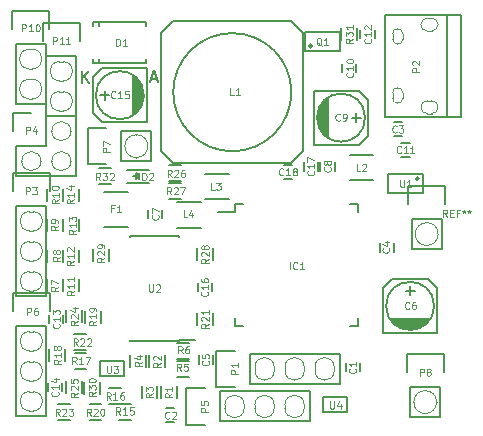
<source format=gbr>
G04 #@! TF.FileFunction,Drawing*
%FSLAX46Y46*%
G04 Gerber Fmt 4.6, Leading zero omitted, Abs format (unit mm)*
G04 Created by KiCad (PCBNEW 4.0.4-stable) date 02/18/17 13:01:38*
%MOMM*%
%LPD*%
G01*
G04 APERTURE LIST*
%ADD10C,0.100000*%
%ADD11C,0.150000*%
G04 APERTURE END LIST*
D10*
D11*
X103187500Y-122364500D02*
X103187500Y-123126500D01*
X102806500Y-122745500D02*
X103568500Y-122745500D01*
X105473500Y-122491500D02*
X105473500Y-126301500D01*
X101663500Y-121729500D02*
X104711500Y-121729500D01*
X105473500Y-122491500D02*
X104711500Y-121729500D01*
X100901500Y-122491500D02*
X100901500Y-126301500D01*
X100901500Y-122491500D02*
X101663500Y-121729500D01*
X103314500Y-126047500D02*
X103060500Y-126047500D01*
X102552500Y-125920500D02*
X103822500Y-125920500D01*
X104076500Y-125793500D02*
X102298500Y-125793500D01*
X104330500Y-125666500D02*
X102044500Y-125666500D01*
X101917500Y-125539500D02*
X104457500Y-125539500D01*
X104584500Y-125412500D02*
X101790500Y-125412500D01*
X101663500Y-125285500D02*
X104711500Y-125285500D01*
X101536500Y-125158500D02*
X104838500Y-125158500D01*
X100901500Y-126301500D02*
X105473500Y-126301500D01*
X105219500Y-124015500D02*
G75*
G03X105219500Y-124015500I-2032000J0D01*
G01*
X88398600Y-115398800D02*
X88398600Y-116068800D01*
X98748600Y-115398800D02*
X98748600Y-116068800D01*
X98748600Y-125748800D02*
X98748600Y-125078800D01*
X88398600Y-125748800D02*
X88398600Y-125078800D01*
X88398600Y-115398800D02*
X89068600Y-115398800D01*
X88398600Y-125748800D02*
X89068600Y-125748800D01*
X98748600Y-125748800D02*
X98078600Y-125748800D01*
X98748600Y-115398800D02*
X98078600Y-115398800D01*
X88398600Y-116068800D02*
X86923600Y-116068800D01*
X107512960Y-108046400D02*
X107512960Y-99346400D01*
X101107960Y-108046400D02*
X101107960Y-99346400D01*
X101107960Y-99346400D02*
X107512960Y-99346400D01*
X106282960Y-99346400D02*
X106282960Y-108046400D01*
X107512960Y-108046400D02*
X101107960Y-108046400D01*
X89598500Y-130619500D02*
X97218500Y-130619500D01*
X89598500Y-128079500D02*
X97218500Y-128079500D01*
X86778500Y-127799500D02*
X88328500Y-127799500D01*
X97218500Y-130619500D02*
X97218500Y-128079500D01*
X89598500Y-128079500D02*
X89598500Y-130619500D01*
X88328500Y-130899500D02*
X86778500Y-130899500D01*
X86778500Y-130899500D02*
X86778500Y-127799500D01*
X98974200Y-128859800D02*
X98974200Y-129559800D01*
X97774200Y-129559800D02*
X97774200Y-128859800D01*
X83230200Y-133873800D02*
X82530200Y-133873800D01*
X82530200Y-132673800D02*
X83230200Y-132673800D01*
X101821500Y-108429500D02*
X102521500Y-108429500D01*
X102521500Y-109629500D02*
X101821500Y-109629500D01*
X101819000Y-118712500D02*
X101819000Y-119412500D01*
X100619000Y-119412500D02*
X100619000Y-118712500D01*
X85315500Y-128912100D02*
X85315500Y-128212100D01*
X86515500Y-128212100D02*
X86515500Y-128912100D01*
X82197500Y-115855000D02*
X82197500Y-116555000D01*
X80997500Y-116555000D02*
X80997500Y-115855000D01*
X96802500Y-111854500D02*
X96802500Y-112554500D01*
X95602500Y-112554500D02*
X95602500Y-111854500D01*
X98996500Y-108077000D02*
X98234500Y-108077000D01*
X98615500Y-107696000D02*
X98615500Y-108458000D01*
X98869500Y-110363000D02*
X95059500Y-110363000D01*
X99631500Y-106553000D02*
X99631500Y-109601000D01*
X98869500Y-110363000D02*
X99631500Y-109601000D01*
X98869500Y-105791000D02*
X95059500Y-105791000D01*
X98869500Y-105791000D02*
X99631500Y-106553000D01*
X95313500Y-108204000D02*
X95313500Y-107950000D01*
X95440500Y-107442000D02*
X95440500Y-108712000D01*
X95567500Y-108966000D02*
X95567500Y-107188000D01*
X95694500Y-109220000D02*
X95694500Y-106934000D01*
X95821500Y-106807000D02*
X95821500Y-109347000D01*
X95948500Y-109474000D02*
X95948500Y-106680000D01*
X96075500Y-106553000D02*
X96075500Y-109601000D01*
X96202500Y-106426000D02*
X96202500Y-109728000D01*
X95059500Y-105791000D02*
X95059500Y-110363000D01*
X99377500Y-108077000D02*
G75*
G03X99377500Y-108077000I-2032000J0D01*
G01*
X98644000Y-103536000D02*
X98644000Y-104236000D01*
X97444000Y-104236000D02*
X97444000Y-103536000D01*
X102456500Y-110207500D02*
X103156500Y-110207500D01*
X103156500Y-111407500D02*
X102456500Y-111407500D01*
X72615500Y-125445000D02*
X72615500Y-124745000D01*
X73815500Y-124745000D02*
X73815500Y-125445000D01*
X72552000Y-131210800D02*
X72552000Y-130510800D01*
X73752000Y-130510800D02*
X73752000Y-131210800D01*
X76962000Y-106172000D02*
X77724000Y-106172000D01*
X77343000Y-106553000D02*
X77343000Y-105791000D01*
X77089000Y-103886000D02*
X80899000Y-103886000D01*
X76327000Y-107696000D02*
X76327000Y-104648000D01*
X77089000Y-103886000D02*
X76327000Y-104648000D01*
X77089000Y-108458000D02*
X80899000Y-108458000D01*
X77089000Y-108458000D02*
X76327000Y-107696000D01*
X80645000Y-106045000D02*
X80645000Y-106299000D01*
X80518000Y-106807000D02*
X80518000Y-105537000D01*
X80391000Y-105283000D02*
X80391000Y-107061000D01*
X80264000Y-105029000D02*
X80264000Y-107315000D01*
X80137000Y-107442000D02*
X80137000Y-104902000D01*
X80010000Y-104775000D02*
X80010000Y-107569000D01*
X79883000Y-107696000D02*
X79883000Y-104648000D01*
X79756000Y-107823000D02*
X79756000Y-104521000D01*
X80899000Y-108458000D02*
X80899000Y-103886000D01*
X80645000Y-106172000D02*
G75*
G03X80645000Y-106172000I-2032000J0D01*
G01*
X85252000Y-122778000D02*
X85252000Y-122078000D01*
X86452000Y-122078000D02*
X86452000Y-122778000D01*
X95405500Y-111854500D02*
X95405500Y-112554500D01*
X94205500Y-112554500D02*
X94205500Y-111854500D01*
X92487000Y-112112500D02*
X93187000Y-112112500D01*
X93187000Y-113312500D02*
X92487000Y-113312500D01*
X76813860Y-103477060D02*
X76813860Y-103126540D01*
X76813860Y-99976940D02*
X76813860Y-100327460D01*
X80863440Y-103477060D02*
X80863440Y-103126540D01*
X76362560Y-103477060D02*
X76362560Y-103126540D01*
X76362560Y-99976940D02*
X76362560Y-100327460D01*
X80863440Y-99976940D02*
X80863440Y-100327460D01*
X76362560Y-103477060D02*
X80863440Y-103477060D01*
X76362560Y-99976940D02*
X80863440Y-99976940D01*
X81110000Y-112480000D02*
X79210000Y-112480000D01*
X81110000Y-113580000D02*
X79210000Y-113580000D01*
X80210000Y-113030000D02*
X79760000Y-113030000D01*
X80260000Y-113280000D02*
X80260000Y-112780000D01*
X80260000Y-113030000D02*
X80010000Y-113280000D01*
X80010000Y-113280000D02*
X80010000Y-112780000D01*
X80010000Y-112780000D02*
X80260000Y-113030000D01*
X79308200Y-114349000D02*
X77308200Y-114349000D01*
X77308200Y-117299000D02*
X79308200Y-117299000D01*
X98072700Y-111243800D02*
X100072700Y-111243800D01*
X100072700Y-113393800D02*
X98072700Y-113393800D01*
X85868000Y-112844000D02*
X87868000Y-112844000D01*
X87868000Y-114994000D02*
X85868000Y-114994000D01*
X85455000Y-117407000D02*
X83455000Y-117407000D01*
X83455000Y-115257000D02*
X85455000Y-115257000D01*
X69850000Y-115570000D02*
X69850000Y-123190000D01*
X72390000Y-115570000D02*
X72390000Y-123190000D01*
X72670000Y-112750000D02*
X72670000Y-114300000D01*
X69850000Y-123190000D02*
X72390000Y-123190000D01*
X72390000Y-115570000D02*
X69850000Y-115570000D01*
X69570000Y-114300000D02*
X69570000Y-112750000D01*
X69570000Y-112750000D02*
X72670000Y-112750000D01*
X69570000Y-109220000D02*
X69570000Y-107670000D01*
X71120000Y-107670000D02*
X69570000Y-107670000D01*
X69850000Y-110490000D02*
X72390000Y-110490000D01*
X72390000Y-110490000D02*
X72390000Y-107950000D01*
X72390000Y-107950000D02*
X74930000Y-107950000D01*
X74930000Y-107950000D02*
X74930000Y-113030000D01*
X74930000Y-113030000D02*
X69850000Y-113030000D01*
X69850000Y-113030000D02*
X69850000Y-110490000D01*
X87058500Y-133794500D02*
X94678500Y-133794500D01*
X87058500Y-131254500D02*
X94678500Y-131254500D01*
X84238500Y-130974500D02*
X85788500Y-130974500D01*
X94678500Y-133794500D02*
X94678500Y-131254500D01*
X87058500Y-131254500D02*
X87058500Y-133794500D01*
X85788500Y-134074500D02*
X84238500Y-134074500D01*
X84238500Y-134074500D02*
X84238500Y-130974500D01*
X69850000Y-125730000D02*
X69850000Y-133350000D01*
X72390000Y-125730000D02*
X72390000Y-133350000D01*
X72670000Y-122910000D02*
X72670000Y-124460000D01*
X69850000Y-133350000D02*
X72390000Y-133350000D01*
X72390000Y-125730000D02*
X69850000Y-125730000D01*
X69570000Y-124460000D02*
X69570000Y-122910000D01*
X69570000Y-122910000D02*
X72670000Y-122910000D01*
X78740000Y-109220000D02*
X81280000Y-109220000D01*
X75920000Y-108940000D02*
X77470000Y-108940000D01*
X78740000Y-109220000D02*
X78740000Y-111760000D01*
X77470000Y-112040000D02*
X75920000Y-112040000D01*
X75920000Y-112040000D02*
X75920000Y-108940000D01*
X78740000Y-111760000D02*
X81280000Y-111760000D01*
X81280000Y-111760000D02*
X81280000Y-109220000D01*
X105740200Y-130886200D02*
X105740200Y-133426200D01*
X106020200Y-128066200D02*
X106020200Y-129616200D01*
X105740200Y-130886200D02*
X103200200Y-130886200D01*
X102920200Y-129616200D02*
X102920200Y-128066200D01*
X102920200Y-128066200D02*
X106020200Y-128066200D01*
X103200200Y-130886200D02*
X103200200Y-133426200D01*
X103200200Y-133426200D02*
X105740200Y-133426200D01*
X69799200Y-101841300D02*
X69799200Y-106921300D01*
X69799200Y-106921300D02*
X72339200Y-106921300D01*
X72339200Y-106921300D02*
X72339200Y-101841300D01*
X72619200Y-99021300D02*
X72619200Y-100571300D01*
X72339200Y-101841300D02*
X69799200Y-101841300D01*
X69519200Y-100571300D02*
X69519200Y-99021300D01*
X69519200Y-99021300D02*
X72619200Y-99021300D01*
X72390000Y-102870000D02*
X72390000Y-107950000D01*
X72390000Y-107950000D02*
X74930000Y-107950000D01*
X74930000Y-107950000D02*
X74930000Y-102870000D01*
X75210000Y-100050000D02*
X75210000Y-101600000D01*
X74930000Y-102870000D02*
X72390000Y-102870000D01*
X72110000Y-101600000D02*
X72110000Y-100050000D01*
X72110000Y-100050000D02*
X75210000Y-100050000D01*
X94899421Y-102000000D02*
G75*
G03X94899421Y-102000000I-141421J0D01*
G01*
X97258000Y-102400000D02*
X97258000Y-100800000D01*
X97258000Y-100800000D02*
X94258000Y-100800000D01*
X94258000Y-100800000D02*
X94258000Y-102400000D01*
X94258000Y-102400000D02*
X97258000Y-102400000D01*
X83428200Y-130818000D02*
X83428200Y-131818000D01*
X82078200Y-131818000D02*
X82078200Y-130818000D01*
X81113000Y-129201800D02*
X81113000Y-128201800D01*
X82463000Y-128201800D02*
X82463000Y-129201800D01*
X81802600Y-130818000D02*
X81802600Y-131818000D01*
X80452600Y-131818000D02*
X80452600Y-130818000D01*
X80862800Y-128201800D02*
X80862800Y-129201800D01*
X79512800Y-129201800D02*
X79512800Y-128201800D01*
X83434300Y-128649100D02*
X84434300Y-128649100D01*
X84434300Y-129999100D02*
X83434300Y-129999100D01*
X83434300Y-127175900D02*
X84434300Y-127175900D01*
X84434300Y-128525900D02*
X83434300Y-128525900D01*
X72426200Y-122775600D02*
X72426200Y-121775600D01*
X73776200Y-121775600D02*
X73776200Y-122775600D01*
X72426200Y-120261000D02*
X72426200Y-119261000D01*
X73776200Y-119261000D02*
X73776200Y-120261000D01*
X72426200Y-117670200D02*
X72426200Y-116670200D01*
X73776200Y-116670200D02*
X73776200Y-117670200D01*
X72426200Y-115130200D02*
X72426200Y-114130200D01*
X73776200Y-114130200D02*
X73776200Y-115130200D01*
X75173200Y-121775600D02*
X75173200Y-122775600D01*
X73823200Y-122775600D02*
X73823200Y-121775600D01*
X75173200Y-119261000D02*
X75173200Y-120261000D01*
X73823200Y-120261000D02*
X73823200Y-119261000D01*
X75173200Y-116670200D02*
X75173200Y-117670200D01*
X73823200Y-117670200D02*
X73823200Y-116670200D01*
X75173200Y-114130200D02*
X75173200Y-115130200D01*
X73823200Y-115130200D02*
X73823200Y-114130200D01*
X79570200Y-133669400D02*
X78570200Y-133669400D01*
X78570200Y-132319400D02*
X79570200Y-132319400D01*
X78732000Y-132348600D02*
X77732000Y-132348600D01*
X77732000Y-130998600D02*
X78732000Y-130998600D01*
X75785600Y-129351400D02*
X74785600Y-129351400D01*
X74785600Y-128001400D02*
X75785600Y-128001400D01*
X72629400Y-128668400D02*
X72629400Y-127668400D01*
X73979400Y-127668400D02*
X73979400Y-128668400D01*
X77002000Y-124468000D02*
X77002000Y-125468000D01*
X75652000Y-125468000D02*
X75652000Y-124468000D01*
X77055600Y-133669400D02*
X76055600Y-133669400D01*
X76055600Y-132319400D02*
X77055600Y-132319400D01*
X85177000Y-125595000D02*
X85177000Y-124595000D01*
X86527000Y-124595000D02*
X86527000Y-125595000D01*
X75747500Y-127738500D02*
X74747500Y-127738500D01*
X74747500Y-126388500D02*
X75747500Y-126388500D01*
X74414000Y-133669400D02*
X73414000Y-133669400D01*
X73414000Y-132319400D02*
X74414000Y-132319400D01*
X74064500Y-125404500D02*
X74064500Y-124404500D01*
X75414500Y-124404500D02*
X75414500Y-125404500D01*
X74051800Y-131411600D02*
X74051800Y-130411600D01*
X75401800Y-130411600D02*
X75401800Y-131411600D01*
X83812000Y-113451000D02*
X82812000Y-113451000D01*
X82812000Y-112101000D02*
X83812000Y-112101000D01*
X82812000Y-113625000D02*
X83812000Y-113625000D01*
X83812000Y-114975000D02*
X82812000Y-114975000D01*
X86501600Y-119134000D02*
X86501600Y-120134000D01*
X85151600Y-120134000D02*
X85151600Y-119134000D01*
X76350500Y-120197500D02*
X76350500Y-119197500D01*
X77700500Y-119197500D02*
X77700500Y-120197500D01*
X75575800Y-131462400D02*
X75575800Y-130462400D01*
X76925800Y-130462400D02*
X76925800Y-131462400D01*
X97381700Y-101515800D02*
X97381700Y-100515800D01*
X98731700Y-100515800D02*
X98731700Y-101515800D01*
X77843000Y-113705000D02*
X76843000Y-113705000D01*
X76843000Y-112355000D02*
X77843000Y-112355000D01*
X103947921Y-113265000D02*
G75*
G03X103947921Y-113265000I-141421J0D01*
G01*
X101306500Y-112865000D02*
X101306500Y-114465000D01*
X101306500Y-114465000D02*
X104306500Y-114465000D01*
X104306500Y-114465000D02*
X104306500Y-112865000D01*
X104306500Y-112865000D02*
X101306500Y-112865000D01*
X83609000Y-127005000D02*
X83609000Y-126890000D01*
X79459000Y-127005000D02*
X79459000Y-126890000D01*
X79459000Y-118105000D02*
X79459000Y-118220000D01*
X83609000Y-118105000D02*
X83609000Y-118220000D01*
X83609000Y-127005000D02*
X79459000Y-127005000D01*
X83609000Y-118105000D02*
X79459000Y-118105000D01*
X83609000Y-126890000D02*
X84984000Y-126890000D01*
X76962000Y-129971800D02*
X78994000Y-129971800D01*
X78994000Y-129971800D02*
X78994000Y-128701800D01*
X78994000Y-128701800D02*
X76962000Y-128701800D01*
X76962000Y-128701800D02*
X76962000Y-129971800D01*
X97866200Y-131749800D02*
X95834200Y-131749800D01*
X95834200Y-131749800D02*
X95834200Y-133019800D01*
X95834200Y-133019800D02*
X97866200Y-133019800D01*
X97866200Y-133019800D02*
X97866200Y-131749800D01*
X105867200Y-116662200D02*
X105867200Y-119202200D01*
X106147200Y-113842200D02*
X106147200Y-115392200D01*
X105867200Y-116662200D02*
X103327200Y-116662200D01*
X103047200Y-115392200D02*
X103047200Y-113842200D01*
X103047200Y-113842200D02*
X106147200Y-113842200D01*
X103327200Y-116662200D02*
X103327200Y-119202200D01*
X103327200Y-119202200D02*
X105867200Y-119202200D01*
X100180700Y-100665800D02*
X100180700Y-101365800D01*
X98980700Y-101365800D02*
X98980700Y-100665800D01*
X93139260Y-105918000D02*
G75*
G03X93139260Y-105918000I-5001260J0D01*
G01*
X88138000Y-99918520D02*
X93139260Y-99918520D01*
X93139260Y-99918520D02*
X94137480Y-100916740D01*
X94137480Y-100916740D02*
X94137480Y-110919260D01*
X94137480Y-110919260D02*
X93139260Y-111917480D01*
X93139260Y-111917480D02*
X83136740Y-111917480D01*
X83136740Y-111917480D02*
X82138520Y-110919260D01*
X82138520Y-110919260D02*
X82138520Y-100916740D01*
X82138520Y-100916740D02*
X83136740Y-99918520D01*
X83136740Y-99918520D02*
X88138000Y-99918520D01*
D10*
X102557960Y-106421400D02*
X102557960Y-105971400D01*
X101707960Y-106421400D02*
X101707960Y-105971400D01*
X102557960Y-105971400D02*
G75*
G03X101707960Y-105971400I-425000J0D01*
G01*
X101707960Y-106421400D02*
G75*
G03X102557960Y-106421400I425000J0D01*
G01*
X102557960Y-101421400D02*
X102557960Y-100971400D01*
X101707960Y-101421400D02*
X101707960Y-100971400D01*
X102557960Y-100971400D02*
G75*
G03X101707960Y-100971400I-425000J0D01*
G01*
X101707960Y-101421400D02*
G75*
G03X102557960Y-101421400I425000J0D01*
G01*
X105007960Y-106646400D02*
X104657960Y-106646400D01*
X105007960Y-107746400D02*
X104657960Y-107746400D01*
X104657960Y-106646400D02*
G75*
G03X104657960Y-107746400I0J-550000D01*
G01*
X105007960Y-107746400D02*
G75*
G03X105007960Y-106646400I0J550000D01*
G01*
X105007960Y-99646400D02*
X104657960Y-99646400D01*
X105007960Y-100746400D02*
X104657960Y-100746400D01*
X104657960Y-99646400D02*
G75*
G03X104657960Y-100746400I0J-550000D01*
G01*
X105007960Y-100746400D02*
G75*
G03X105007960Y-99646400I0J550000D01*
G01*
X91682100Y-129501900D02*
X91682100Y-129197100D01*
X90054900Y-129501900D02*
X90054900Y-129197100D01*
X91682100Y-129197100D02*
G75*
G03X90054900Y-129197100I-813600J0D01*
G01*
X90054900Y-129501900D02*
G75*
G03X91682100Y-129501900I813600J0D01*
G01*
X94222100Y-129501900D02*
X94222100Y-129197100D01*
X92594900Y-129501900D02*
X92594900Y-129197100D01*
X94222100Y-129197100D02*
G75*
G03X92594900Y-129197100I-813600J0D01*
G01*
X92594900Y-129501900D02*
G75*
G03X94222100Y-129501900I813600J0D01*
G01*
X96762100Y-129501900D02*
X96762100Y-129197100D01*
X95134900Y-129501900D02*
X95134900Y-129197100D01*
X96762100Y-129197100D02*
G75*
G03X95134900Y-129197100I-813600J0D01*
G01*
X95134900Y-129501900D02*
G75*
G03X96762100Y-129501900I813600J0D01*
G01*
X70967600Y-117653600D02*
X71272400Y-117653600D01*
X70967600Y-116026400D02*
X71272400Y-116026400D01*
X71272400Y-117653600D02*
G75*
G03X71272400Y-116026400I0J813600D01*
G01*
X70967600Y-116026400D02*
G75*
G03X70967600Y-117653600I0J-813600D01*
G01*
X70967600Y-120193600D02*
X71272400Y-120193600D01*
X70967600Y-118566400D02*
X71272400Y-118566400D01*
X71272400Y-120193600D02*
G75*
G03X71272400Y-118566400I0J813600D01*
G01*
X70967600Y-118566400D02*
G75*
G03X70967600Y-120193600I0J-813600D01*
G01*
X70967600Y-122733600D02*
X71272400Y-122733600D01*
X70967600Y-121106400D02*
X71272400Y-121106400D01*
X71272400Y-122733600D02*
G75*
G03X71272400Y-121106400I0J813600D01*
G01*
X70967600Y-121106400D02*
G75*
G03X70967600Y-122733600I0J-813600D01*
G01*
X72846400Y-109220000D02*
X72846400Y-109220000D01*
X74473600Y-109220000D02*
X74473600Y-109220000D01*
X72846400Y-109220000D02*
G75*
G03X74473600Y-109220000I813600J0D01*
G01*
X74473600Y-109220000D02*
G75*
G03X72846400Y-109220000I-813600J0D01*
G01*
X70306400Y-111760000D02*
X70306400Y-111760000D01*
X71933600Y-111760000D02*
X71933600Y-111760000D01*
X70306400Y-111760000D02*
G75*
G03X71933600Y-111760000I813600J0D01*
G01*
X71933600Y-111760000D02*
G75*
G03X70306400Y-111760000I-813600J0D01*
G01*
X72846400Y-111760000D02*
X72846400Y-111760000D01*
X74473600Y-111760000D02*
X74473600Y-111760000D01*
X72846400Y-111760000D02*
G75*
G03X74473600Y-111760000I813600J0D01*
G01*
X74473600Y-111760000D02*
G75*
G03X72846400Y-111760000I-813600J0D01*
G01*
X89142100Y-132676900D02*
X89142100Y-132372100D01*
X87514900Y-132676900D02*
X87514900Y-132372100D01*
X89142100Y-132372100D02*
G75*
G03X87514900Y-132372100I-813600J0D01*
G01*
X87514900Y-132676900D02*
G75*
G03X89142100Y-132676900I813600J0D01*
G01*
X91682100Y-132676900D02*
X91682100Y-132372100D01*
X90054900Y-132676900D02*
X90054900Y-132372100D01*
X91682100Y-132372100D02*
G75*
G03X90054900Y-132372100I-813600J0D01*
G01*
X90054900Y-132676900D02*
G75*
G03X91682100Y-132676900I813600J0D01*
G01*
X94222100Y-132676900D02*
X94222100Y-132372100D01*
X92594900Y-132676900D02*
X92594900Y-132372100D01*
X94222100Y-132372100D02*
G75*
G03X92594900Y-132372100I-813600J0D01*
G01*
X92594900Y-132676900D02*
G75*
G03X94222100Y-132676900I813600J0D01*
G01*
X70967600Y-127813600D02*
X71272400Y-127813600D01*
X70967600Y-126186400D02*
X71272400Y-126186400D01*
X71272400Y-127813600D02*
G75*
G03X71272400Y-126186400I0J813600D01*
G01*
X70967600Y-126186400D02*
G75*
G03X70967600Y-127813600I0J-813600D01*
G01*
X70967600Y-130353600D02*
X71272400Y-130353600D01*
X70967600Y-128726400D02*
X71272400Y-128726400D01*
X71272400Y-130353600D02*
G75*
G03X71272400Y-128726400I0J813600D01*
G01*
X70967600Y-128726400D02*
G75*
G03X70967600Y-130353600I0J-813600D01*
G01*
X70967600Y-132893600D02*
X71272400Y-132893600D01*
X70967600Y-131266400D02*
X71272400Y-131266400D01*
X71272400Y-132893600D02*
G75*
G03X71272400Y-131266400I0J813600D01*
G01*
X70967600Y-131266400D02*
G75*
G03X70967600Y-132893600I0J-813600D01*
G01*
X80010000Y-111456000D02*
X80010000Y-111456000D01*
X80010000Y-109524000D02*
X80010000Y-109524000D01*
X80010000Y-111456000D02*
G75*
G03X80010000Y-109524000I0J966000D01*
G01*
X80010000Y-109524000D02*
G75*
G03X80010000Y-111456000I0J-966000D01*
G01*
X103504200Y-132156200D02*
X103504200Y-132156200D01*
X105436200Y-132156200D02*
X105436200Y-132156200D01*
X103504200Y-132156200D02*
G75*
G03X105436200Y-132156200I966000J0D01*
G01*
X105436200Y-132156200D02*
G75*
G03X103504200Y-132156200I-966000J0D01*
G01*
X70916800Y-103924900D02*
X71221600Y-103924900D01*
X70916800Y-102297700D02*
X71221600Y-102297700D01*
X71221600Y-103924900D02*
G75*
G03X71221600Y-102297700I0J813600D01*
G01*
X70916800Y-102297700D02*
G75*
G03X70916800Y-103924900I0J-813600D01*
G01*
X70916800Y-106464900D02*
X71221600Y-106464900D01*
X70916800Y-104837700D02*
X71221600Y-104837700D01*
X71221600Y-106464900D02*
G75*
G03X71221600Y-104837700I0J813600D01*
G01*
X70916800Y-104837700D02*
G75*
G03X70916800Y-106464900I0J-813600D01*
G01*
X73507600Y-104953600D02*
X73812400Y-104953600D01*
X73507600Y-103326400D02*
X73812400Y-103326400D01*
X73812400Y-104953600D02*
G75*
G03X73812400Y-103326400I0J813600D01*
G01*
X73507600Y-103326400D02*
G75*
G03X73507600Y-104953600I0J-813600D01*
G01*
X73507600Y-107493600D02*
X73812400Y-107493600D01*
X73507600Y-105866400D02*
X73812400Y-105866400D01*
X73812400Y-107493600D02*
G75*
G03X73812400Y-105866400I0J813600D01*
G01*
X73507600Y-105866400D02*
G75*
G03X73507600Y-107493600I0J-813600D01*
G01*
X103631200Y-117932200D02*
X103631200Y-117932200D01*
X105563200Y-117932200D02*
X105563200Y-117932200D01*
X103631200Y-117932200D02*
G75*
G03X105563200Y-117932200I966000J0D01*
G01*
X105563200Y-117932200D02*
G75*
G03X103631200Y-117932200I-966000J0D01*
G01*
X103125600Y-124217086D02*
X103097029Y-124245657D01*
X103011315Y-124274229D01*
X102954172Y-124274229D01*
X102868457Y-124245657D01*
X102811315Y-124188514D01*
X102782743Y-124131371D01*
X102754172Y-124017086D01*
X102754172Y-123931371D01*
X102782743Y-123817086D01*
X102811315Y-123759943D01*
X102868457Y-123702800D01*
X102954172Y-123674229D01*
X103011315Y-123674229D01*
X103097029Y-123702800D01*
X103125600Y-123731371D01*
X103639886Y-123674229D02*
X103525600Y-123674229D01*
X103468457Y-123702800D01*
X103439886Y-123731371D01*
X103382743Y-123817086D01*
X103354172Y-123931371D01*
X103354172Y-124159943D01*
X103382743Y-124217086D01*
X103411315Y-124245657D01*
X103468457Y-124274229D01*
X103582743Y-124274229D01*
X103639886Y-124245657D01*
X103668457Y-124217086D01*
X103697029Y-124159943D01*
X103697029Y-124017086D01*
X103668457Y-123959943D01*
X103639886Y-123931371D01*
X103582743Y-123902800D01*
X103468457Y-123902800D01*
X103411315Y-123931371D01*
X103382743Y-123959943D01*
X103354172Y-124017086D01*
X93025986Y-120908729D02*
X93025986Y-120308729D01*
X93654557Y-120851586D02*
X93625986Y-120880157D01*
X93540272Y-120908729D01*
X93483129Y-120908729D01*
X93397414Y-120880157D01*
X93340272Y-120823014D01*
X93311700Y-120765871D01*
X93283129Y-120651586D01*
X93283129Y-120565871D01*
X93311700Y-120451586D01*
X93340272Y-120394443D01*
X93397414Y-120337300D01*
X93483129Y-120308729D01*
X93540272Y-120308729D01*
X93625986Y-120337300D01*
X93654557Y-120365871D01*
X94225986Y-120908729D02*
X93883129Y-120908729D01*
X94054557Y-120908729D02*
X94054557Y-120308729D01*
X93997414Y-120394443D01*
X93940272Y-120451586D01*
X93883129Y-120480157D01*
X103979629Y-104189157D02*
X103379629Y-104189157D01*
X103379629Y-103960585D01*
X103408200Y-103903443D01*
X103436771Y-103874871D01*
X103493914Y-103846300D01*
X103579629Y-103846300D01*
X103636771Y-103874871D01*
X103665343Y-103903443D01*
X103693914Y-103960585D01*
X103693914Y-104189157D01*
X103436771Y-103617728D02*
X103408200Y-103589157D01*
X103379629Y-103532014D01*
X103379629Y-103389157D01*
X103408200Y-103332014D01*
X103436771Y-103303443D01*
X103493914Y-103274871D01*
X103551057Y-103274871D01*
X103636771Y-103303443D01*
X103979629Y-103646300D01*
X103979629Y-103274871D01*
X88612629Y-129779657D02*
X88012629Y-129779657D01*
X88012629Y-129551085D01*
X88041200Y-129493943D01*
X88069771Y-129465371D01*
X88126914Y-129436800D01*
X88212629Y-129436800D01*
X88269771Y-129465371D01*
X88298343Y-129493943D01*
X88326914Y-129551085D01*
X88326914Y-129779657D01*
X88612629Y-128865371D02*
X88612629Y-129208228D01*
X88612629Y-129036800D02*
X88012629Y-129036800D01*
X88098343Y-129093943D01*
X88155486Y-129151085D01*
X88184057Y-129208228D01*
X98563086Y-129335200D02*
X98591657Y-129363771D01*
X98620229Y-129449485D01*
X98620229Y-129506628D01*
X98591657Y-129592343D01*
X98534514Y-129649485D01*
X98477371Y-129678057D01*
X98363086Y-129706628D01*
X98277371Y-129706628D01*
X98163086Y-129678057D01*
X98105943Y-129649485D01*
X98048800Y-129592343D01*
X98020229Y-129506628D01*
X98020229Y-129449485D01*
X98048800Y-129363771D01*
X98077371Y-129335200D01*
X98620229Y-128763771D02*
X98620229Y-129106628D01*
X98620229Y-128935200D02*
X98020229Y-128935200D01*
X98105943Y-128992343D01*
X98163086Y-129049485D01*
X98191657Y-129106628D01*
X82805600Y-133513486D02*
X82777029Y-133542057D01*
X82691315Y-133570629D01*
X82634172Y-133570629D01*
X82548457Y-133542057D01*
X82491315Y-133484914D01*
X82462743Y-133427771D01*
X82434172Y-133313486D01*
X82434172Y-133227771D01*
X82462743Y-133113486D01*
X82491315Y-133056343D01*
X82548457Y-132999200D01*
X82634172Y-132970629D01*
X82691315Y-132970629D01*
X82777029Y-132999200D01*
X82805600Y-133027771D01*
X83034172Y-133027771D02*
X83062743Y-132999200D01*
X83119886Y-132970629D01*
X83262743Y-132970629D01*
X83319886Y-132999200D01*
X83348457Y-133027771D01*
X83377029Y-133084914D01*
X83377029Y-133142057D01*
X83348457Y-133227771D01*
X83005600Y-133570629D01*
X83377029Y-133570629D01*
X102058800Y-109281886D02*
X102030229Y-109310457D01*
X101944515Y-109339029D01*
X101887372Y-109339029D01*
X101801657Y-109310457D01*
X101744515Y-109253314D01*
X101715943Y-109196171D01*
X101687372Y-109081886D01*
X101687372Y-108996171D01*
X101715943Y-108881886D01*
X101744515Y-108824743D01*
X101801657Y-108767600D01*
X101887372Y-108739029D01*
X101944515Y-108739029D01*
X102030229Y-108767600D01*
X102058800Y-108796171D01*
X102258800Y-108739029D02*
X102630229Y-108739029D01*
X102430229Y-108967600D01*
X102515943Y-108967600D01*
X102573086Y-108996171D01*
X102601657Y-109024743D01*
X102630229Y-109081886D01*
X102630229Y-109224743D01*
X102601657Y-109281886D01*
X102573086Y-109310457D01*
X102515943Y-109339029D01*
X102344515Y-109339029D01*
X102287372Y-109310457D01*
X102258800Y-109281886D01*
X101382486Y-119149800D02*
X101411057Y-119178371D01*
X101439629Y-119264085D01*
X101439629Y-119321228D01*
X101411057Y-119406943D01*
X101353914Y-119464085D01*
X101296771Y-119492657D01*
X101182486Y-119521228D01*
X101096771Y-119521228D01*
X100982486Y-119492657D01*
X100925343Y-119464085D01*
X100868200Y-119406943D01*
X100839629Y-119321228D01*
X100839629Y-119264085D01*
X100868200Y-119178371D01*
X100896771Y-119149800D01*
X101039629Y-118635514D02*
X101439629Y-118635514D01*
X100811057Y-118778371D02*
X101239629Y-118921228D01*
X101239629Y-118549800D01*
X86117086Y-128674800D02*
X86145657Y-128703371D01*
X86174229Y-128789085D01*
X86174229Y-128846228D01*
X86145657Y-128931943D01*
X86088514Y-128989085D01*
X86031371Y-129017657D01*
X85917086Y-129046228D01*
X85831371Y-129046228D01*
X85717086Y-129017657D01*
X85659943Y-128989085D01*
X85602800Y-128931943D01*
X85574229Y-128846228D01*
X85574229Y-128789085D01*
X85602800Y-128703371D01*
X85631371Y-128674800D01*
X85574229Y-128131943D02*
X85574229Y-128417657D01*
X85859943Y-128446228D01*
X85831371Y-128417657D01*
X85802800Y-128360514D01*
X85802800Y-128217657D01*
X85831371Y-128160514D01*
X85859943Y-128131943D01*
X85917086Y-128103371D01*
X86059943Y-128103371D01*
X86117086Y-128131943D01*
X86145657Y-128160514D01*
X86174229Y-128217657D01*
X86174229Y-128360514D01*
X86145657Y-128417657D01*
X86117086Y-128446228D01*
X81849886Y-116330400D02*
X81878457Y-116358971D01*
X81907029Y-116444685D01*
X81907029Y-116501828D01*
X81878457Y-116587543D01*
X81821314Y-116644685D01*
X81764171Y-116673257D01*
X81649886Y-116701828D01*
X81564171Y-116701828D01*
X81449886Y-116673257D01*
X81392743Y-116644685D01*
X81335600Y-116587543D01*
X81307029Y-116501828D01*
X81307029Y-116444685D01*
X81335600Y-116358971D01*
X81364171Y-116330400D01*
X81307029Y-116130400D02*
X81307029Y-115730400D01*
X81907029Y-115987543D01*
X96429486Y-112291800D02*
X96458057Y-112320371D01*
X96486629Y-112406085D01*
X96486629Y-112463228D01*
X96458057Y-112548943D01*
X96400914Y-112606085D01*
X96343771Y-112634657D01*
X96229486Y-112663228D01*
X96143771Y-112663228D01*
X96029486Y-112634657D01*
X95972343Y-112606085D01*
X95915200Y-112548943D01*
X95886629Y-112463228D01*
X95886629Y-112406085D01*
X95915200Y-112320371D01*
X95943771Y-112291800D01*
X96143771Y-111948943D02*
X96115200Y-112006085D01*
X96086629Y-112034657D01*
X96029486Y-112063228D01*
X96000914Y-112063228D01*
X95943771Y-112034657D01*
X95915200Y-112006085D01*
X95886629Y-111948943D01*
X95886629Y-111834657D01*
X95915200Y-111777514D01*
X95943771Y-111748943D01*
X96000914Y-111720371D01*
X96029486Y-111720371D01*
X96086629Y-111748943D01*
X96115200Y-111777514D01*
X96143771Y-111834657D01*
X96143771Y-111948943D01*
X96172343Y-112006085D01*
X96200914Y-112034657D01*
X96258057Y-112063228D01*
X96372343Y-112063228D01*
X96429486Y-112034657D01*
X96458057Y-112006085D01*
X96486629Y-111948943D01*
X96486629Y-111834657D01*
X96458057Y-111777514D01*
X96429486Y-111748943D01*
X96372343Y-111720371D01*
X96258057Y-111720371D01*
X96200914Y-111748943D01*
X96172343Y-111777514D01*
X96143771Y-111834657D01*
X97245500Y-108278586D02*
X97216929Y-108307157D01*
X97131215Y-108335729D01*
X97074072Y-108335729D01*
X96988357Y-108307157D01*
X96931215Y-108250014D01*
X96902643Y-108192871D01*
X96874072Y-108078586D01*
X96874072Y-107992871D01*
X96902643Y-107878586D01*
X96931215Y-107821443D01*
X96988357Y-107764300D01*
X97074072Y-107735729D01*
X97131215Y-107735729D01*
X97216929Y-107764300D01*
X97245500Y-107792871D01*
X97531215Y-108335729D02*
X97645500Y-108335729D01*
X97702643Y-108307157D01*
X97731215Y-108278586D01*
X97788357Y-108192871D01*
X97816929Y-108078586D01*
X97816929Y-107850014D01*
X97788357Y-107792871D01*
X97759786Y-107764300D01*
X97702643Y-107735729D01*
X97588357Y-107735729D01*
X97531215Y-107764300D01*
X97502643Y-107792871D01*
X97474072Y-107850014D01*
X97474072Y-107992871D01*
X97502643Y-108050014D01*
X97531215Y-108078586D01*
X97588357Y-108107157D01*
X97702643Y-108107157D01*
X97759786Y-108078586D01*
X97788357Y-108050014D01*
X97816929Y-107992871D01*
X98334486Y-104259015D02*
X98363057Y-104287586D01*
X98391629Y-104373300D01*
X98391629Y-104430443D01*
X98363057Y-104516158D01*
X98305914Y-104573300D01*
X98248771Y-104601872D01*
X98134486Y-104630443D01*
X98048771Y-104630443D01*
X97934486Y-104601872D01*
X97877343Y-104573300D01*
X97820200Y-104516158D01*
X97791629Y-104430443D01*
X97791629Y-104373300D01*
X97820200Y-104287586D01*
X97848771Y-104259015D01*
X98391629Y-103687586D02*
X98391629Y-104030443D01*
X98391629Y-103859015D02*
X97791629Y-103859015D01*
X97877343Y-103916158D01*
X97934486Y-103973300D01*
X97963057Y-104030443D01*
X97791629Y-103316157D02*
X97791629Y-103259014D01*
X97820200Y-103201871D01*
X97848771Y-103173300D01*
X97905914Y-103144729D01*
X98020200Y-103116157D01*
X98163057Y-103116157D01*
X98277343Y-103144729D01*
X98334486Y-103173300D01*
X98363057Y-103201871D01*
X98391629Y-103259014D01*
X98391629Y-103316157D01*
X98363057Y-103373300D01*
X98334486Y-103401871D01*
X98277343Y-103430443D01*
X98163057Y-103459014D01*
X98020200Y-103459014D01*
X97905914Y-103430443D01*
X97848771Y-103401871D01*
X97820200Y-103373300D01*
X97791629Y-103316157D01*
X102420785Y-111009086D02*
X102392214Y-111037657D01*
X102306500Y-111066229D01*
X102249357Y-111066229D01*
X102163642Y-111037657D01*
X102106500Y-110980514D01*
X102077928Y-110923371D01*
X102049357Y-110809086D01*
X102049357Y-110723371D01*
X102077928Y-110609086D01*
X102106500Y-110551943D01*
X102163642Y-110494800D01*
X102249357Y-110466229D01*
X102306500Y-110466229D01*
X102392214Y-110494800D01*
X102420785Y-110523371D01*
X102992214Y-111066229D02*
X102649357Y-111066229D01*
X102820785Y-111066229D02*
X102820785Y-110466229D01*
X102763642Y-110551943D01*
X102706500Y-110609086D01*
X102649357Y-110637657D01*
X103563643Y-111066229D02*
X103220786Y-111066229D01*
X103392214Y-111066229D02*
X103392214Y-110466229D01*
X103335071Y-110551943D01*
X103277929Y-110609086D01*
X103220786Y-110637657D01*
X73467886Y-125506115D02*
X73496457Y-125534686D01*
X73525029Y-125620400D01*
X73525029Y-125677543D01*
X73496457Y-125763258D01*
X73439314Y-125820400D01*
X73382171Y-125848972D01*
X73267886Y-125877543D01*
X73182171Y-125877543D01*
X73067886Y-125848972D01*
X73010743Y-125820400D01*
X72953600Y-125763258D01*
X72925029Y-125677543D01*
X72925029Y-125620400D01*
X72953600Y-125534686D01*
X72982171Y-125506115D01*
X73525029Y-124934686D02*
X73525029Y-125277543D01*
X73525029Y-125106115D02*
X72925029Y-125106115D01*
X73010743Y-125163258D01*
X73067886Y-125220400D01*
X73096457Y-125277543D01*
X72925029Y-124734686D02*
X72925029Y-124363257D01*
X73153600Y-124563257D01*
X73153600Y-124477543D01*
X73182171Y-124420400D01*
X73210743Y-124391829D01*
X73267886Y-124363257D01*
X73410743Y-124363257D01*
X73467886Y-124391829D01*
X73496457Y-124420400D01*
X73525029Y-124477543D01*
X73525029Y-124648971D01*
X73496457Y-124706114D01*
X73467886Y-124734686D01*
X73366286Y-131297315D02*
X73394857Y-131325886D01*
X73423429Y-131411600D01*
X73423429Y-131468743D01*
X73394857Y-131554458D01*
X73337714Y-131611600D01*
X73280571Y-131640172D01*
X73166286Y-131668743D01*
X73080571Y-131668743D01*
X72966286Y-131640172D01*
X72909143Y-131611600D01*
X72852000Y-131554458D01*
X72823429Y-131468743D01*
X72823429Y-131411600D01*
X72852000Y-131325886D01*
X72880571Y-131297315D01*
X73423429Y-130725886D02*
X73423429Y-131068743D01*
X73423429Y-130897315D02*
X72823429Y-130897315D01*
X72909143Y-130954458D01*
X72966286Y-131011600D01*
X72994857Y-131068743D01*
X73023429Y-130211600D02*
X73423429Y-130211600D01*
X72794857Y-130354457D02*
X73223429Y-130497314D01*
X73223429Y-130125886D01*
X78239985Y-106373586D02*
X78211414Y-106402157D01*
X78125700Y-106430729D01*
X78068557Y-106430729D01*
X77982842Y-106402157D01*
X77925700Y-106345014D01*
X77897128Y-106287871D01*
X77868557Y-106173586D01*
X77868557Y-106087871D01*
X77897128Y-105973586D01*
X77925700Y-105916443D01*
X77982842Y-105859300D01*
X78068557Y-105830729D01*
X78125700Y-105830729D01*
X78211414Y-105859300D01*
X78239985Y-105887871D01*
X78811414Y-106430729D02*
X78468557Y-106430729D01*
X78639985Y-106430729D02*
X78639985Y-105830729D01*
X78582842Y-105916443D01*
X78525700Y-105973586D01*
X78468557Y-106002157D01*
X79354271Y-105830729D02*
X79068557Y-105830729D01*
X79039986Y-106116443D01*
X79068557Y-106087871D01*
X79125700Y-106059300D01*
X79268557Y-106059300D01*
X79325700Y-106087871D01*
X79354271Y-106116443D01*
X79382843Y-106173586D01*
X79382843Y-106316443D01*
X79354271Y-106373586D01*
X79325700Y-106402157D01*
X79268557Y-106430729D01*
X79125700Y-106430729D01*
X79068557Y-106402157D01*
X79039986Y-106373586D01*
X86015486Y-122813715D02*
X86044057Y-122842286D01*
X86072629Y-122928000D01*
X86072629Y-122985143D01*
X86044057Y-123070858D01*
X85986914Y-123128000D01*
X85929771Y-123156572D01*
X85815486Y-123185143D01*
X85729771Y-123185143D01*
X85615486Y-123156572D01*
X85558343Y-123128000D01*
X85501200Y-123070858D01*
X85472629Y-122985143D01*
X85472629Y-122928000D01*
X85501200Y-122842286D01*
X85529771Y-122813715D01*
X86072629Y-122242286D02*
X86072629Y-122585143D01*
X86072629Y-122413715D02*
X85472629Y-122413715D01*
X85558343Y-122470858D01*
X85615486Y-122528000D01*
X85644057Y-122585143D01*
X85472629Y-121728000D02*
X85472629Y-121842286D01*
X85501200Y-121899429D01*
X85529771Y-121928000D01*
X85615486Y-121985143D01*
X85729771Y-122013714D01*
X85958343Y-122013714D01*
X86015486Y-121985143D01*
X86044057Y-121956571D01*
X86072629Y-121899429D01*
X86072629Y-121785143D01*
X86044057Y-121728000D01*
X86015486Y-121699429D01*
X85958343Y-121670857D01*
X85815486Y-121670857D01*
X85758343Y-121699429D01*
X85729771Y-121728000D01*
X85701200Y-121785143D01*
X85701200Y-121899429D01*
X85729771Y-121956571D01*
X85758343Y-121985143D01*
X85815486Y-122013714D01*
X95032486Y-112577515D02*
X95061057Y-112606086D01*
X95089629Y-112691800D01*
X95089629Y-112748943D01*
X95061057Y-112834658D01*
X95003914Y-112891800D01*
X94946771Y-112920372D01*
X94832486Y-112948943D01*
X94746771Y-112948943D01*
X94632486Y-112920372D01*
X94575343Y-112891800D01*
X94518200Y-112834658D01*
X94489629Y-112748943D01*
X94489629Y-112691800D01*
X94518200Y-112606086D01*
X94546771Y-112577515D01*
X95089629Y-112006086D02*
X95089629Y-112348943D01*
X95089629Y-112177515D02*
X94489629Y-112177515D01*
X94575343Y-112234658D01*
X94632486Y-112291800D01*
X94661057Y-112348943D01*
X94489629Y-111806086D02*
X94489629Y-111406086D01*
X95089629Y-111663229D01*
X92463985Y-112914086D02*
X92435414Y-112942657D01*
X92349700Y-112971229D01*
X92292557Y-112971229D01*
X92206842Y-112942657D01*
X92149700Y-112885514D01*
X92121128Y-112828371D01*
X92092557Y-112714086D01*
X92092557Y-112628371D01*
X92121128Y-112514086D01*
X92149700Y-112456943D01*
X92206842Y-112399800D01*
X92292557Y-112371229D01*
X92349700Y-112371229D01*
X92435414Y-112399800D01*
X92463985Y-112428371D01*
X93035414Y-112971229D02*
X92692557Y-112971229D01*
X92863985Y-112971229D02*
X92863985Y-112371229D01*
X92806842Y-112456943D01*
X92749700Y-112514086D01*
X92692557Y-112542657D01*
X93378271Y-112628371D02*
X93321129Y-112599800D01*
X93292557Y-112571229D01*
X93263986Y-112514086D01*
X93263986Y-112485514D01*
X93292557Y-112428371D01*
X93321129Y-112399800D01*
X93378271Y-112371229D01*
X93492557Y-112371229D01*
X93549700Y-112399800D01*
X93578271Y-112428371D01*
X93606843Y-112485514D01*
X93606843Y-112514086D01*
X93578271Y-112571229D01*
X93549700Y-112599800D01*
X93492557Y-112628371D01*
X93378271Y-112628371D01*
X93321129Y-112656943D01*
X93292557Y-112685514D01*
X93263986Y-112742657D01*
X93263986Y-112856943D01*
X93292557Y-112914086D01*
X93321129Y-112942657D01*
X93378271Y-112971229D01*
X93492557Y-112971229D01*
X93549700Y-112942657D01*
X93578271Y-112914086D01*
X93606843Y-112856943D01*
X93606843Y-112742657D01*
X93578271Y-112685514D01*
X93549700Y-112656943D01*
X93492557Y-112628371D01*
X78309843Y-101985729D02*
X78309843Y-101385729D01*
X78452700Y-101385729D01*
X78538415Y-101414300D01*
X78595557Y-101471443D01*
X78624129Y-101528586D01*
X78652700Y-101642871D01*
X78652700Y-101728586D01*
X78624129Y-101842871D01*
X78595557Y-101900014D01*
X78538415Y-101957157D01*
X78452700Y-101985729D01*
X78309843Y-101985729D01*
X79224129Y-101985729D02*
X78881272Y-101985729D01*
X79052700Y-101985729D02*
X79052700Y-101385729D01*
X78995557Y-101471443D01*
X78938415Y-101528586D01*
X78881272Y-101557157D01*
D11*
X75451095Y-105129381D02*
X75451095Y-104129381D01*
X76022524Y-105129381D02*
X75593952Y-104557952D01*
X76022524Y-104129381D02*
X75451095Y-104700810D01*
X81274905Y-104793667D02*
X81751096Y-104793667D01*
X81179667Y-105079381D02*
X81513000Y-104079381D01*
X81846334Y-105079381D01*
D10*
X80532343Y-113352229D02*
X80532343Y-112752229D01*
X80675200Y-112752229D01*
X80760915Y-112780800D01*
X80818057Y-112837943D01*
X80846629Y-112895086D01*
X80875200Y-113009371D01*
X80875200Y-113095086D01*
X80846629Y-113209371D01*
X80818057Y-113266514D01*
X80760915Y-113323657D01*
X80675200Y-113352229D01*
X80532343Y-113352229D01*
X81103772Y-112809371D02*
X81132343Y-112780800D01*
X81189486Y-112752229D01*
X81332343Y-112752229D01*
X81389486Y-112780800D01*
X81418057Y-112809371D01*
X81446629Y-112866514D01*
X81446629Y-112923657D01*
X81418057Y-113009371D01*
X81075200Y-113352229D01*
X81446629Y-113352229D01*
X78108200Y-115768443D02*
X77908200Y-115768443D01*
X77908200Y-116082729D02*
X77908200Y-115482729D01*
X78193914Y-115482729D01*
X78736772Y-116082729D02*
X78393915Y-116082729D01*
X78565343Y-116082729D02*
X78565343Y-115482729D01*
X78508200Y-115568443D01*
X78451058Y-115625586D01*
X78393915Y-115654157D01*
X98972700Y-112590229D02*
X98686986Y-112590229D01*
X98686986Y-111990229D01*
X99144129Y-112047371D02*
X99172700Y-112018800D01*
X99229843Y-111990229D01*
X99372700Y-111990229D01*
X99429843Y-112018800D01*
X99458414Y-112047371D01*
X99486986Y-112104514D01*
X99486986Y-112161657D01*
X99458414Y-112247371D01*
X99115557Y-112590229D01*
X99486986Y-112590229D01*
X86653700Y-114177729D02*
X86367986Y-114177729D01*
X86367986Y-113577729D01*
X86796557Y-113577729D02*
X87167986Y-113577729D01*
X86967986Y-113806300D01*
X87053700Y-113806300D01*
X87110843Y-113834871D01*
X87139414Y-113863443D01*
X87167986Y-113920586D01*
X87167986Y-114063443D01*
X87139414Y-114120586D01*
X87110843Y-114149157D01*
X87053700Y-114177729D01*
X86882272Y-114177729D01*
X86825129Y-114149157D01*
X86796557Y-114120586D01*
X84304200Y-116527229D02*
X84018486Y-116527229D01*
X84018486Y-115927229D01*
X84761343Y-116127229D02*
X84761343Y-116527229D01*
X84618486Y-115898657D02*
X84475629Y-116327229D01*
X84847057Y-116327229D01*
X70677143Y-114571429D02*
X70677143Y-113971429D01*
X70905715Y-113971429D01*
X70962857Y-114000000D01*
X70991429Y-114028571D01*
X71020000Y-114085714D01*
X71020000Y-114171429D01*
X70991429Y-114228571D01*
X70962857Y-114257143D01*
X70905715Y-114285714D01*
X70677143Y-114285714D01*
X71220000Y-113971429D02*
X71591429Y-113971429D01*
X71391429Y-114200000D01*
X71477143Y-114200000D01*
X71534286Y-114228571D01*
X71562857Y-114257143D01*
X71591429Y-114314286D01*
X71591429Y-114457143D01*
X71562857Y-114514286D01*
X71534286Y-114542857D01*
X71477143Y-114571429D01*
X71305715Y-114571429D01*
X71248572Y-114542857D01*
X71220000Y-114514286D01*
X70677143Y-109440629D02*
X70677143Y-108840629D01*
X70905715Y-108840629D01*
X70962857Y-108869200D01*
X70991429Y-108897771D01*
X71020000Y-108954914D01*
X71020000Y-109040629D01*
X70991429Y-109097771D01*
X70962857Y-109126343D01*
X70905715Y-109154914D01*
X70677143Y-109154914D01*
X71534286Y-109040629D02*
X71534286Y-109440629D01*
X71391429Y-108812057D02*
X71248572Y-109240629D01*
X71620000Y-109240629D01*
X86072629Y-132980057D02*
X85472629Y-132980057D01*
X85472629Y-132751485D01*
X85501200Y-132694343D01*
X85529771Y-132665771D01*
X85586914Y-132637200D01*
X85672629Y-132637200D01*
X85729771Y-132665771D01*
X85758343Y-132694343D01*
X85786914Y-132751485D01*
X85786914Y-132980057D01*
X85472629Y-132094343D02*
X85472629Y-132380057D01*
X85758343Y-132408628D01*
X85729771Y-132380057D01*
X85701200Y-132322914D01*
X85701200Y-132180057D01*
X85729771Y-132122914D01*
X85758343Y-132094343D01*
X85815486Y-132065771D01*
X85958343Y-132065771D01*
X86015486Y-132094343D01*
X86044057Y-132122914D01*
X86072629Y-132180057D01*
X86072629Y-132322914D01*
X86044057Y-132380057D01*
X86015486Y-132408628D01*
X70778743Y-124782229D02*
X70778743Y-124182229D01*
X71007315Y-124182229D01*
X71064457Y-124210800D01*
X71093029Y-124239371D01*
X71121600Y-124296514D01*
X71121600Y-124382229D01*
X71093029Y-124439371D01*
X71064457Y-124467943D01*
X71007315Y-124496514D01*
X70778743Y-124496514D01*
X71635886Y-124182229D02*
X71521600Y-124182229D01*
X71464457Y-124210800D01*
X71435886Y-124239371D01*
X71378743Y-124325086D01*
X71350172Y-124439371D01*
X71350172Y-124667943D01*
X71378743Y-124725086D01*
X71407315Y-124753657D01*
X71464457Y-124782229D01*
X71578743Y-124782229D01*
X71635886Y-124753657D01*
X71664457Y-124725086D01*
X71693029Y-124667943D01*
X71693029Y-124525086D01*
X71664457Y-124467943D01*
X71635886Y-124439371D01*
X71578743Y-124410800D01*
X71464457Y-124410800D01*
X71407315Y-124439371D01*
X71378743Y-124467943D01*
X71350172Y-124525086D01*
X77754129Y-110983657D02*
X77154129Y-110983657D01*
X77154129Y-110755085D01*
X77182700Y-110697943D01*
X77211271Y-110669371D01*
X77268414Y-110640800D01*
X77354129Y-110640800D01*
X77411271Y-110669371D01*
X77439843Y-110697943D01*
X77468414Y-110755085D01*
X77468414Y-110983657D01*
X77154129Y-110440800D02*
X77154129Y-110040800D01*
X77754129Y-110297943D01*
X104027343Y-129925729D02*
X104027343Y-129325729D01*
X104255915Y-129325729D01*
X104313057Y-129354300D01*
X104341629Y-129382871D01*
X104370200Y-129440014D01*
X104370200Y-129525729D01*
X104341629Y-129582871D01*
X104313057Y-129611443D01*
X104255915Y-129640014D01*
X104027343Y-129640014D01*
X104713057Y-129582871D02*
X104655915Y-129554300D01*
X104627343Y-129525729D01*
X104598772Y-129468586D01*
X104598772Y-129440014D01*
X104627343Y-129382871D01*
X104655915Y-129354300D01*
X104713057Y-129325729D01*
X104827343Y-129325729D01*
X104884486Y-129354300D01*
X104913057Y-129382871D01*
X104941629Y-129440014D01*
X104941629Y-129468586D01*
X104913057Y-129525729D01*
X104884486Y-129554300D01*
X104827343Y-129582871D01*
X104713057Y-129582871D01*
X104655915Y-129611443D01*
X104627343Y-129640014D01*
X104598772Y-129697157D01*
X104598772Y-129811443D01*
X104627343Y-129868586D01*
X104655915Y-129897157D01*
X104713057Y-129925729D01*
X104827343Y-129925729D01*
X104884486Y-129897157D01*
X104913057Y-129868586D01*
X104941629Y-129811443D01*
X104941629Y-129697157D01*
X104913057Y-129640014D01*
X104884486Y-129611443D01*
X104827343Y-129582871D01*
X70340628Y-100779229D02*
X70340628Y-100179229D01*
X70569200Y-100179229D01*
X70626342Y-100207800D01*
X70654914Y-100236371D01*
X70683485Y-100293514D01*
X70683485Y-100379229D01*
X70654914Y-100436371D01*
X70626342Y-100464943D01*
X70569200Y-100493514D01*
X70340628Y-100493514D01*
X71254914Y-100779229D02*
X70912057Y-100779229D01*
X71083485Y-100779229D02*
X71083485Y-100179229D01*
X71026342Y-100264943D01*
X70969200Y-100322086D01*
X70912057Y-100350657D01*
X71626343Y-100179229D02*
X71683486Y-100179229D01*
X71740629Y-100207800D01*
X71769200Y-100236371D01*
X71797771Y-100293514D01*
X71826343Y-100407800D01*
X71826343Y-100550657D01*
X71797771Y-100664943D01*
X71769200Y-100722086D01*
X71740629Y-100750657D01*
X71683486Y-100779229D01*
X71626343Y-100779229D01*
X71569200Y-100750657D01*
X71540629Y-100722086D01*
X71512057Y-100664943D01*
X71483486Y-100550657D01*
X71483486Y-100407800D01*
X71512057Y-100293514D01*
X71540629Y-100236371D01*
X71569200Y-100207800D01*
X71626343Y-100179229D01*
X72944128Y-101858729D02*
X72944128Y-101258729D01*
X73172700Y-101258729D01*
X73229842Y-101287300D01*
X73258414Y-101315871D01*
X73286985Y-101373014D01*
X73286985Y-101458729D01*
X73258414Y-101515871D01*
X73229842Y-101544443D01*
X73172700Y-101573014D01*
X72944128Y-101573014D01*
X73858414Y-101858729D02*
X73515557Y-101858729D01*
X73686985Y-101858729D02*
X73686985Y-101258729D01*
X73629842Y-101344443D01*
X73572700Y-101401586D01*
X73515557Y-101430157D01*
X74429843Y-101858729D02*
X74086986Y-101858729D01*
X74258414Y-101858729D02*
X74258414Y-101258729D01*
X74201271Y-101344443D01*
X74144129Y-101401586D01*
X74086986Y-101430157D01*
X95713557Y-101979371D02*
X95656414Y-101950800D01*
X95599271Y-101893657D01*
X95513557Y-101807943D01*
X95456414Y-101779371D01*
X95399271Y-101779371D01*
X95427843Y-101922229D02*
X95370700Y-101893657D01*
X95313557Y-101836514D01*
X95284986Y-101722229D01*
X95284986Y-101522229D01*
X95313557Y-101407943D01*
X95370700Y-101350800D01*
X95427843Y-101322229D01*
X95542129Y-101322229D01*
X95599271Y-101350800D01*
X95656414Y-101407943D01*
X95684986Y-101522229D01*
X95684986Y-101722229D01*
X95656414Y-101836514D01*
X95599271Y-101893657D01*
X95542129Y-101922229D01*
X95427843Y-101922229D01*
X96256414Y-101922229D02*
X95913557Y-101922229D01*
X96084985Y-101922229D02*
X96084985Y-101322229D01*
X96027842Y-101407943D01*
X95970700Y-101465086D01*
X95913557Y-101493657D01*
X83024629Y-131418000D02*
X82738914Y-131618000D01*
X83024629Y-131760857D02*
X82424629Y-131760857D01*
X82424629Y-131532285D01*
X82453200Y-131475143D01*
X82481771Y-131446571D01*
X82538914Y-131418000D01*
X82624629Y-131418000D01*
X82681771Y-131446571D01*
X82710343Y-131475143D01*
X82738914Y-131532285D01*
X82738914Y-131760857D01*
X83024629Y-130846571D02*
X83024629Y-131189428D01*
X83024629Y-131018000D02*
X82424629Y-131018000D01*
X82510343Y-131075143D01*
X82567486Y-131132285D01*
X82596057Y-131189428D01*
X82059429Y-128827200D02*
X81773714Y-129027200D01*
X82059429Y-129170057D02*
X81459429Y-129170057D01*
X81459429Y-128941485D01*
X81488000Y-128884343D01*
X81516571Y-128855771D01*
X81573714Y-128827200D01*
X81659429Y-128827200D01*
X81716571Y-128855771D01*
X81745143Y-128884343D01*
X81773714Y-128941485D01*
X81773714Y-129170057D01*
X81516571Y-128598628D02*
X81488000Y-128570057D01*
X81459429Y-128512914D01*
X81459429Y-128370057D01*
X81488000Y-128312914D01*
X81516571Y-128284343D01*
X81573714Y-128255771D01*
X81630857Y-128255771D01*
X81716571Y-128284343D01*
X82059429Y-128627200D01*
X82059429Y-128255771D01*
X81399029Y-131418000D02*
X81113314Y-131618000D01*
X81399029Y-131760857D02*
X80799029Y-131760857D01*
X80799029Y-131532285D01*
X80827600Y-131475143D01*
X80856171Y-131446571D01*
X80913314Y-131418000D01*
X80999029Y-131418000D01*
X81056171Y-131446571D01*
X81084743Y-131475143D01*
X81113314Y-131532285D01*
X81113314Y-131760857D01*
X80799029Y-131218000D02*
X80799029Y-130846571D01*
X81027600Y-131046571D01*
X81027600Y-130960857D01*
X81056171Y-130903714D01*
X81084743Y-130875143D01*
X81141886Y-130846571D01*
X81284743Y-130846571D01*
X81341886Y-130875143D01*
X81370457Y-130903714D01*
X81399029Y-130960857D01*
X81399029Y-131132285D01*
X81370457Y-131189428D01*
X81341886Y-131218000D01*
X80484629Y-128776400D02*
X80198914Y-128976400D01*
X80484629Y-129119257D02*
X79884629Y-129119257D01*
X79884629Y-128890685D01*
X79913200Y-128833543D01*
X79941771Y-128804971D01*
X79998914Y-128776400D01*
X80084629Y-128776400D01*
X80141771Y-128804971D01*
X80170343Y-128833543D01*
X80198914Y-128890685D01*
X80198914Y-129119257D01*
X80084629Y-128262114D02*
X80484629Y-128262114D01*
X79856057Y-128404971D02*
X80284629Y-128547828D01*
X80284629Y-128176400D01*
X83821600Y-129506629D02*
X83621600Y-129220914D01*
X83478743Y-129506629D02*
X83478743Y-128906629D01*
X83707315Y-128906629D01*
X83764457Y-128935200D01*
X83793029Y-128963771D01*
X83821600Y-129020914D01*
X83821600Y-129106629D01*
X83793029Y-129163771D01*
X83764457Y-129192343D01*
X83707315Y-129220914D01*
X83478743Y-129220914D01*
X84364457Y-128906629D02*
X84078743Y-128906629D01*
X84050172Y-129192343D01*
X84078743Y-129163771D01*
X84135886Y-129135200D01*
X84278743Y-129135200D01*
X84335886Y-129163771D01*
X84364457Y-129192343D01*
X84393029Y-129249486D01*
X84393029Y-129392343D01*
X84364457Y-129449486D01*
X84335886Y-129478057D01*
X84278743Y-129506629D01*
X84135886Y-129506629D01*
X84078743Y-129478057D01*
X84050172Y-129449486D01*
X83923200Y-128033429D02*
X83723200Y-127747714D01*
X83580343Y-128033429D02*
X83580343Y-127433429D01*
X83808915Y-127433429D01*
X83866057Y-127462000D01*
X83894629Y-127490571D01*
X83923200Y-127547714D01*
X83923200Y-127633429D01*
X83894629Y-127690571D01*
X83866057Y-127719143D01*
X83808915Y-127747714D01*
X83580343Y-127747714D01*
X84437486Y-127433429D02*
X84323200Y-127433429D01*
X84266057Y-127462000D01*
X84237486Y-127490571D01*
X84180343Y-127576286D01*
X84151772Y-127690571D01*
X84151772Y-127919143D01*
X84180343Y-127976286D01*
X84208915Y-128004857D01*
X84266057Y-128033429D01*
X84380343Y-128033429D01*
X84437486Y-128004857D01*
X84466057Y-127976286D01*
X84494629Y-127919143D01*
X84494629Y-127776286D01*
X84466057Y-127719143D01*
X84437486Y-127690571D01*
X84380343Y-127662000D01*
X84266057Y-127662000D01*
X84208915Y-127690571D01*
X84180343Y-127719143D01*
X84151772Y-127776286D01*
X73372629Y-122388300D02*
X73086914Y-122588300D01*
X73372629Y-122731157D02*
X72772629Y-122731157D01*
X72772629Y-122502585D01*
X72801200Y-122445443D01*
X72829771Y-122416871D01*
X72886914Y-122388300D01*
X72972629Y-122388300D01*
X73029771Y-122416871D01*
X73058343Y-122445443D01*
X73086914Y-122502585D01*
X73086914Y-122731157D01*
X72772629Y-122188300D02*
X72772629Y-121788300D01*
X73372629Y-122045443D01*
X73563129Y-119848300D02*
X73277414Y-120048300D01*
X73563129Y-120191157D02*
X72963129Y-120191157D01*
X72963129Y-119962585D01*
X72991700Y-119905443D01*
X73020271Y-119876871D01*
X73077414Y-119848300D01*
X73163129Y-119848300D01*
X73220271Y-119876871D01*
X73248843Y-119905443D01*
X73277414Y-119962585D01*
X73277414Y-120191157D01*
X73220271Y-119505443D02*
X73191700Y-119562585D01*
X73163129Y-119591157D01*
X73105986Y-119619728D01*
X73077414Y-119619728D01*
X73020271Y-119591157D01*
X72991700Y-119562585D01*
X72963129Y-119505443D01*
X72963129Y-119391157D01*
X72991700Y-119334014D01*
X73020271Y-119305443D01*
X73077414Y-119276871D01*
X73105986Y-119276871D01*
X73163129Y-119305443D01*
X73191700Y-119334014D01*
X73220271Y-119391157D01*
X73220271Y-119505443D01*
X73248843Y-119562585D01*
X73277414Y-119591157D01*
X73334557Y-119619728D01*
X73448843Y-119619728D01*
X73505986Y-119591157D01*
X73534557Y-119562585D01*
X73563129Y-119505443D01*
X73563129Y-119391157D01*
X73534557Y-119334014D01*
X73505986Y-119305443D01*
X73448843Y-119276871D01*
X73334557Y-119276871D01*
X73277414Y-119305443D01*
X73248843Y-119334014D01*
X73220271Y-119391157D01*
X73372629Y-117244800D02*
X73086914Y-117444800D01*
X73372629Y-117587657D02*
X72772629Y-117587657D01*
X72772629Y-117359085D01*
X72801200Y-117301943D01*
X72829771Y-117273371D01*
X72886914Y-117244800D01*
X72972629Y-117244800D01*
X73029771Y-117273371D01*
X73058343Y-117301943D01*
X73086914Y-117359085D01*
X73086914Y-117587657D01*
X73372629Y-116959085D02*
X73372629Y-116844800D01*
X73344057Y-116787657D01*
X73315486Y-116759085D01*
X73229771Y-116701943D01*
X73115486Y-116673371D01*
X72886914Y-116673371D01*
X72829771Y-116701943D01*
X72801200Y-116730514D01*
X72772629Y-116787657D01*
X72772629Y-116901943D01*
X72801200Y-116959085D01*
X72829771Y-116987657D01*
X72886914Y-117016228D01*
X73029771Y-117016228D01*
X73086914Y-116987657D01*
X73115486Y-116959085D01*
X73144057Y-116901943D01*
X73144057Y-116787657D01*
X73115486Y-116730514D01*
X73086914Y-116701943D01*
X73029771Y-116673371D01*
X73436129Y-114990515D02*
X73150414Y-115190515D01*
X73436129Y-115333372D02*
X72836129Y-115333372D01*
X72836129Y-115104800D01*
X72864700Y-115047658D01*
X72893271Y-115019086D01*
X72950414Y-114990515D01*
X73036129Y-114990515D01*
X73093271Y-115019086D01*
X73121843Y-115047658D01*
X73150414Y-115104800D01*
X73150414Y-115333372D01*
X73436129Y-114419086D02*
X73436129Y-114761943D01*
X73436129Y-114590515D02*
X72836129Y-114590515D01*
X72921843Y-114647658D01*
X72978986Y-114704800D01*
X73007557Y-114761943D01*
X72836129Y-114047657D02*
X72836129Y-113990514D01*
X72864700Y-113933371D01*
X72893271Y-113904800D01*
X72950414Y-113876229D01*
X73064700Y-113847657D01*
X73207557Y-113847657D01*
X73321843Y-113876229D01*
X73378986Y-113904800D01*
X73407557Y-113933371D01*
X73436129Y-113990514D01*
X73436129Y-114047657D01*
X73407557Y-114104800D01*
X73378986Y-114133371D01*
X73321843Y-114161943D01*
X73207557Y-114190514D01*
X73064700Y-114190514D01*
X72950414Y-114161943D01*
X72893271Y-114133371D01*
X72864700Y-114104800D01*
X72836129Y-114047657D01*
X74769629Y-122737515D02*
X74483914Y-122937515D01*
X74769629Y-123080372D02*
X74169629Y-123080372D01*
X74169629Y-122851800D01*
X74198200Y-122794658D01*
X74226771Y-122766086D01*
X74283914Y-122737515D01*
X74369629Y-122737515D01*
X74426771Y-122766086D01*
X74455343Y-122794658D01*
X74483914Y-122851800D01*
X74483914Y-123080372D01*
X74769629Y-122166086D02*
X74769629Y-122508943D01*
X74769629Y-122337515D02*
X74169629Y-122337515D01*
X74255343Y-122394658D01*
X74312486Y-122451800D01*
X74341057Y-122508943D01*
X74769629Y-121594657D02*
X74769629Y-121937514D01*
X74769629Y-121766086D02*
X74169629Y-121766086D01*
X74255343Y-121823229D01*
X74312486Y-121880371D01*
X74341057Y-121937514D01*
X74706129Y-120197515D02*
X74420414Y-120397515D01*
X74706129Y-120540372D02*
X74106129Y-120540372D01*
X74106129Y-120311800D01*
X74134700Y-120254658D01*
X74163271Y-120226086D01*
X74220414Y-120197515D01*
X74306129Y-120197515D01*
X74363271Y-120226086D01*
X74391843Y-120254658D01*
X74420414Y-120311800D01*
X74420414Y-120540372D01*
X74706129Y-119626086D02*
X74706129Y-119968943D01*
X74706129Y-119797515D02*
X74106129Y-119797515D01*
X74191843Y-119854658D01*
X74248986Y-119911800D01*
X74277557Y-119968943D01*
X74163271Y-119397514D02*
X74134700Y-119368943D01*
X74106129Y-119311800D01*
X74106129Y-119168943D01*
X74134700Y-119111800D01*
X74163271Y-119083229D01*
X74220414Y-119054657D01*
X74277557Y-119054657D01*
X74363271Y-119083229D01*
X74706129Y-119426086D01*
X74706129Y-119054657D01*
X74896629Y-117594015D02*
X74610914Y-117794015D01*
X74896629Y-117936872D02*
X74296629Y-117936872D01*
X74296629Y-117708300D01*
X74325200Y-117651158D01*
X74353771Y-117622586D01*
X74410914Y-117594015D01*
X74496629Y-117594015D01*
X74553771Y-117622586D01*
X74582343Y-117651158D01*
X74610914Y-117708300D01*
X74610914Y-117936872D01*
X74896629Y-117022586D02*
X74896629Y-117365443D01*
X74896629Y-117194015D02*
X74296629Y-117194015D01*
X74382343Y-117251158D01*
X74439486Y-117308300D01*
X74468057Y-117365443D01*
X74296629Y-116822586D02*
X74296629Y-116451157D01*
X74525200Y-116651157D01*
X74525200Y-116565443D01*
X74553771Y-116508300D01*
X74582343Y-116479729D01*
X74639486Y-116451157D01*
X74782343Y-116451157D01*
X74839486Y-116479729D01*
X74868057Y-116508300D01*
X74896629Y-116565443D01*
X74896629Y-116736871D01*
X74868057Y-116794014D01*
X74839486Y-116822586D01*
X74706129Y-114990515D02*
X74420414Y-115190515D01*
X74706129Y-115333372D02*
X74106129Y-115333372D01*
X74106129Y-115104800D01*
X74134700Y-115047658D01*
X74163271Y-115019086D01*
X74220414Y-114990515D01*
X74306129Y-114990515D01*
X74363271Y-115019086D01*
X74391843Y-115047658D01*
X74420414Y-115104800D01*
X74420414Y-115333372D01*
X74706129Y-114419086D02*
X74706129Y-114761943D01*
X74706129Y-114590515D02*
X74106129Y-114590515D01*
X74191843Y-114647658D01*
X74248986Y-114704800D01*
X74277557Y-114761943D01*
X74306129Y-113904800D02*
X74706129Y-113904800D01*
X74077557Y-114047657D02*
X74506129Y-114190514D01*
X74506129Y-113819086D01*
X78659085Y-133215029D02*
X78459085Y-132929314D01*
X78316228Y-133215029D02*
X78316228Y-132615029D01*
X78544800Y-132615029D01*
X78601942Y-132643600D01*
X78630514Y-132672171D01*
X78659085Y-132729314D01*
X78659085Y-132815029D01*
X78630514Y-132872171D01*
X78601942Y-132900743D01*
X78544800Y-132929314D01*
X78316228Y-132929314D01*
X79230514Y-133215029D02*
X78887657Y-133215029D01*
X79059085Y-133215029D02*
X79059085Y-132615029D01*
X79001942Y-132700743D01*
X78944800Y-132757886D01*
X78887657Y-132786457D01*
X79773371Y-132615029D02*
X79487657Y-132615029D01*
X79459086Y-132900743D01*
X79487657Y-132872171D01*
X79544800Y-132843600D01*
X79687657Y-132843600D01*
X79744800Y-132872171D01*
X79773371Y-132900743D01*
X79801943Y-132957886D01*
X79801943Y-133100743D01*
X79773371Y-133157886D01*
X79744800Y-133186457D01*
X79687657Y-133215029D01*
X79544800Y-133215029D01*
X79487657Y-133186457D01*
X79459086Y-133157886D01*
X77846285Y-131945029D02*
X77646285Y-131659314D01*
X77503428Y-131945029D02*
X77503428Y-131345029D01*
X77732000Y-131345029D01*
X77789142Y-131373600D01*
X77817714Y-131402171D01*
X77846285Y-131459314D01*
X77846285Y-131545029D01*
X77817714Y-131602171D01*
X77789142Y-131630743D01*
X77732000Y-131659314D01*
X77503428Y-131659314D01*
X78417714Y-131945029D02*
X78074857Y-131945029D01*
X78246285Y-131945029D02*
X78246285Y-131345029D01*
X78189142Y-131430743D01*
X78132000Y-131487886D01*
X78074857Y-131516457D01*
X78932000Y-131345029D02*
X78817714Y-131345029D01*
X78760571Y-131373600D01*
X78732000Y-131402171D01*
X78674857Y-131487886D01*
X78646286Y-131602171D01*
X78646286Y-131830743D01*
X78674857Y-131887886D01*
X78703429Y-131916457D01*
X78760571Y-131945029D01*
X78874857Y-131945029D01*
X78932000Y-131916457D01*
X78960571Y-131887886D01*
X78989143Y-131830743D01*
X78989143Y-131687886D01*
X78960571Y-131630743D01*
X78932000Y-131602171D01*
X78874857Y-131573600D01*
X78760571Y-131573600D01*
X78703429Y-131602171D01*
X78674857Y-131630743D01*
X78646286Y-131687886D01*
X74950685Y-128947829D02*
X74750685Y-128662114D01*
X74607828Y-128947829D02*
X74607828Y-128347829D01*
X74836400Y-128347829D01*
X74893542Y-128376400D01*
X74922114Y-128404971D01*
X74950685Y-128462114D01*
X74950685Y-128547829D01*
X74922114Y-128604971D01*
X74893542Y-128633543D01*
X74836400Y-128662114D01*
X74607828Y-128662114D01*
X75522114Y-128947829D02*
X75179257Y-128947829D01*
X75350685Y-128947829D02*
X75350685Y-128347829D01*
X75293542Y-128433543D01*
X75236400Y-128490686D01*
X75179257Y-128519257D01*
X75722114Y-128347829D02*
X76122114Y-128347829D01*
X75864971Y-128947829D01*
X73626629Y-128554115D02*
X73340914Y-128754115D01*
X73626629Y-128896972D02*
X73026629Y-128896972D01*
X73026629Y-128668400D01*
X73055200Y-128611258D01*
X73083771Y-128582686D01*
X73140914Y-128554115D01*
X73226629Y-128554115D01*
X73283771Y-128582686D01*
X73312343Y-128611258D01*
X73340914Y-128668400D01*
X73340914Y-128896972D01*
X73626629Y-127982686D02*
X73626629Y-128325543D01*
X73626629Y-128154115D02*
X73026629Y-128154115D01*
X73112343Y-128211258D01*
X73169486Y-128268400D01*
X73198057Y-128325543D01*
X73283771Y-127639829D02*
X73255200Y-127696971D01*
X73226629Y-127725543D01*
X73169486Y-127754114D01*
X73140914Y-127754114D01*
X73083771Y-127725543D01*
X73055200Y-127696971D01*
X73026629Y-127639829D01*
X73026629Y-127525543D01*
X73055200Y-127468400D01*
X73083771Y-127439829D01*
X73140914Y-127411257D01*
X73169486Y-127411257D01*
X73226629Y-127439829D01*
X73255200Y-127468400D01*
X73283771Y-127525543D01*
X73283771Y-127639829D01*
X73312343Y-127696971D01*
X73340914Y-127725543D01*
X73398057Y-127754114D01*
X73512343Y-127754114D01*
X73569486Y-127725543D01*
X73598057Y-127696971D01*
X73626629Y-127639829D01*
X73626629Y-127525543D01*
X73598057Y-127468400D01*
X73569486Y-127439829D01*
X73512343Y-127411257D01*
X73398057Y-127411257D01*
X73340914Y-127439829D01*
X73312343Y-127468400D01*
X73283771Y-127525543D01*
X76623829Y-125302915D02*
X76338114Y-125502915D01*
X76623829Y-125645772D02*
X76023829Y-125645772D01*
X76023829Y-125417200D01*
X76052400Y-125360058D01*
X76080971Y-125331486D01*
X76138114Y-125302915D01*
X76223829Y-125302915D01*
X76280971Y-125331486D01*
X76309543Y-125360058D01*
X76338114Y-125417200D01*
X76338114Y-125645772D01*
X76623829Y-124731486D02*
X76623829Y-125074343D01*
X76623829Y-124902915D02*
X76023829Y-124902915D01*
X76109543Y-124960058D01*
X76166686Y-125017200D01*
X76195257Y-125074343D01*
X76623829Y-124445771D02*
X76623829Y-124331486D01*
X76595257Y-124274343D01*
X76566686Y-124245771D01*
X76480971Y-124188629D01*
X76366686Y-124160057D01*
X76138114Y-124160057D01*
X76080971Y-124188629D01*
X76052400Y-124217200D01*
X76023829Y-124274343D01*
X76023829Y-124388629D01*
X76052400Y-124445771D01*
X76080971Y-124474343D01*
X76138114Y-124502914D01*
X76280971Y-124502914D01*
X76338114Y-124474343D01*
X76366686Y-124445771D01*
X76395257Y-124388629D01*
X76395257Y-124274343D01*
X76366686Y-124217200D01*
X76338114Y-124188629D01*
X76280971Y-124160057D01*
X76169885Y-133316629D02*
X75969885Y-133030914D01*
X75827028Y-133316629D02*
X75827028Y-132716629D01*
X76055600Y-132716629D01*
X76112742Y-132745200D01*
X76141314Y-132773771D01*
X76169885Y-132830914D01*
X76169885Y-132916629D01*
X76141314Y-132973771D01*
X76112742Y-133002343D01*
X76055600Y-133030914D01*
X75827028Y-133030914D01*
X76398457Y-132773771D02*
X76427028Y-132745200D01*
X76484171Y-132716629D01*
X76627028Y-132716629D01*
X76684171Y-132745200D01*
X76712742Y-132773771D01*
X76741314Y-132830914D01*
X76741314Y-132888057D01*
X76712742Y-132973771D01*
X76369885Y-133316629D01*
X76741314Y-133316629D01*
X77112743Y-132716629D02*
X77169886Y-132716629D01*
X77227029Y-132745200D01*
X77255600Y-132773771D01*
X77284171Y-132830914D01*
X77312743Y-132945200D01*
X77312743Y-133088057D01*
X77284171Y-133202343D01*
X77255600Y-133259486D01*
X77227029Y-133288057D01*
X77169886Y-133316629D01*
X77112743Y-133316629D01*
X77055600Y-133288057D01*
X77027029Y-133259486D01*
X76998457Y-133202343D01*
X76969886Y-133088057D01*
X76969886Y-132945200D01*
X76998457Y-132830914D01*
X77027029Y-132773771D01*
X77055600Y-132745200D01*
X77112743Y-132716629D01*
X86123429Y-125506115D02*
X85837714Y-125706115D01*
X86123429Y-125848972D02*
X85523429Y-125848972D01*
X85523429Y-125620400D01*
X85552000Y-125563258D01*
X85580571Y-125534686D01*
X85637714Y-125506115D01*
X85723429Y-125506115D01*
X85780571Y-125534686D01*
X85809143Y-125563258D01*
X85837714Y-125620400D01*
X85837714Y-125848972D01*
X85580571Y-125277543D02*
X85552000Y-125248972D01*
X85523429Y-125191829D01*
X85523429Y-125048972D01*
X85552000Y-124991829D01*
X85580571Y-124963258D01*
X85637714Y-124934686D01*
X85694857Y-124934686D01*
X85780571Y-124963258D01*
X86123429Y-125306115D01*
X86123429Y-124934686D01*
X86123429Y-124363257D02*
X86123429Y-124706114D01*
X86123429Y-124534686D02*
X85523429Y-124534686D01*
X85609143Y-124591829D01*
X85666286Y-124648971D01*
X85694857Y-124706114D01*
X75052285Y-127373029D02*
X74852285Y-127087314D01*
X74709428Y-127373029D02*
X74709428Y-126773029D01*
X74938000Y-126773029D01*
X74995142Y-126801600D01*
X75023714Y-126830171D01*
X75052285Y-126887314D01*
X75052285Y-126973029D01*
X75023714Y-127030171D01*
X74995142Y-127058743D01*
X74938000Y-127087314D01*
X74709428Y-127087314D01*
X75280857Y-126830171D02*
X75309428Y-126801600D01*
X75366571Y-126773029D01*
X75509428Y-126773029D01*
X75566571Y-126801600D01*
X75595142Y-126830171D01*
X75623714Y-126887314D01*
X75623714Y-126944457D01*
X75595142Y-127030171D01*
X75252285Y-127373029D01*
X75623714Y-127373029D01*
X75852286Y-126830171D02*
X75880857Y-126801600D01*
X75938000Y-126773029D01*
X76080857Y-126773029D01*
X76138000Y-126801600D01*
X76166571Y-126830171D01*
X76195143Y-126887314D01*
X76195143Y-126944457D01*
X76166571Y-127030171D01*
X75823714Y-127373029D01*
X76195143Y-127373029D01*
X73528285Y-133316629D02*
X73328285Y-133030914D01*
X73185428Y-133316629D02*
X73185428Y-132716629D01*
X73414000Y-132716629D01*
X73471142Y-132745200D01*
X73499714Y-132773771D01*
X73528285Y-132830914D01*
X73528285Y-132916629D01*
X73499714Y-132973771D01*
X73471142Y-133002343D01*
X73414000Y-133030914D01*
X73185428Y-133030914D01*
X73756857Y-132773771D02*
X73785428Y-132745200D01*
X73842571Y-132716629D01*
X73985428Y-132716629D01*
X74042571Y-132745200D01*
X74071142Y-132773771D01*
X74099714Y-132830914D01*
X74099714Y-132888057D01*
X74071142Y-132973771D01*
X73728285Y-133316629D01*
X74099714Y-133316629D01*
X74299714Y-132716629D02*
X74671143Y-132716629D01*
X74471143Y-132945200D01*
X74556857Y-132945200D01*
X74614000Y-132973771D01*
X74642571Y-133002343D01*
X74671143Y-133059486D01*
X74671143Y-133202343D01*
X74642571Y-133259486D01*
X74614000Y-133288057D01*
X74556857Y-133316629D01*
X74385429Y-133316629D01*
X74328286Y-133288057D01*
X74299714Y-133259486D01*
X75049029Y-125302915D02*
X74763314Y-125502915D01*
X75049029Y-125645772D02*
X74449029Y-125645772D01*
X74449029Y-125417200D01*
X74477600Y-125360058D01*
X74506171Y-125331486D01*
X74563314Y-125302915D01*
X74649029Y-125302915D01*
X74706171Y-125331486D01*
X74734743Y-125360058D01*
X74763314Y-125417200D01*
X74763314Y-125645772D01*
X74506171Y-125074343D02*
X74477600Y-125045772D01*
X74449029Y-124988629D01*
X74449029Y-124845772D01*
X74477600Y-124788629D01*
X74506171Y-124760058D01*
X74563314Y-124731486D01*
X74620457Y-124731486D01*
X74706171Y-124760058D01*
X75049029Y-125102915D01*
X75049029Y-124731486D01*
X74649029Y-124217200D02*
X75049029Y-124217200D01*
X74420457Y-124360057D02*
X74849029Y-124502914D01*
X74849029Y-124131486D01*
X75049029Y-131348115D02*
X74763314Y-131548115D01*
X75049029Y-131690972D02*
X74449029Y-131690972D01*
X74449029Y-131462400D01*
X74477600Y-131405258D01*
X74506171Y-131376686D01*
X74563314Y-131348115D01*
X74649029Y-131348115D01*
X74706171Y-131376686D01*
X74734743Y-131405258D01*
X74763314Y-131462400D01*
X74763314Y-131690972D01*
X74506171Y-131119543D02*
X74477600Y-131090972D01*
X74449029Y-131033829D01*
X74449029Y-130890972D01*
X74477600Y-130833829D01*
X74506171Y-130805258D01*
X74563314Y-130776686D01*
X74620457Y-130776686D01*
X74706171Y-130805258D01*
X75049029Y-131148115D01*
X75049029Y-130776686D01*
X74449029Y-130233829D02*
X74449029Y-130519543D01*
X74734743Y-130548114D01*
X74706171Y-130519543D01*
X74677600Y-130462400D01*
X74677600Y-130319543D01*
X74706171Y-130262400D01*
X74734743Y-130233829D01*
X74791886Y-130205257D01*
X74934743Y-130205257D01*
X74991886Y-130233829D01*
X75020457Y-130262400D01*
X75049029Y-130319543D01*
X75049029Y-130462400D01*
X75020457Y-130519543D01*
X74991886Y-130548114D01*
X83002485Y-113098229D02*
X82802485Y-112812514D01*
X82659628Y-113098229D02*
X82659628Y-112498229D01*
X82888200Y-112498229D01*
X82945342Y-112526800D01*
X82973914Y-112555371D01*
X83002485Y-112612514D01*
X83002485Y-112698229D01*
X82973914Y-112755371D01*
X82945342Y-112783943D01*
X82888200Y-112812514D01*
X82659628Y-112812514D01*
X83231057Y-112555371D02*
X83259628Y-112526800D01*
X83316771Y-112498229D01*
X83459628Y-112498229D01*
X83516771Y-112526800D01*
X83545342Y-112555371D01*
X83573914Y-112612514D01*
X83573914Y-112669657D01*
X83545342Y-112755371D01*
X83202485Y-113098229D01*
X83573914Y-113098229D01*
X84088200Y-112498229D02*
X83973914Y-112498229D01*
X83916771Y-112526800D01*
X83888200Y-112555371D01*
X83831057Y-112641086D01*
X83802486Y-112755371D01*
X83802486Y-112983943D01*
X83831057Y-113041086D01*
X83859629Y-113069657D01*
X83916771Y-113098229D01*
X84031057Y-113098229D01*
X84088200Y-113069657D01*
X84116771Y-113041086D01*
X84145343Y-112983943D01*
X84145343Y-112841086D01*
X84116771Y-112783943D01*
X84088200Y-112755371D01*
X84031057Y-112726800D01*
X83916771Y-112726800D01*
X83859629Y-112755371D01*
X83831057Y-112783943D01*
X83802486Y-112841086D01*
X82977085Y-114571429D02*
X82777085Y-114285714D01*
X82634228Y-114571429D02*
X82634228Y-113971429D01*
X82862800Y-113971429D01*
X82919942Y-114000000D01*
X82948514Y-114028571D01*
X82977085Y-114085714D01*
X82977085Y-114171429D01*
X82948514Y-114228571D01*
X82919942Y-114257143D01*
X82862800Y-114285714D01*
X82634228Y-114285714D01*
X83205657Y-114028571D02*
X83234228Y-114000000D01*
X83291371Y-113971429D01*
X83434228Y-113971429D01*
X83491371Y-114000000D01*
X83519942Y-114028571D01*
X83548514Y-114085714D01*
X83548514Y-114142857D01*
X83519942Y-114228571D01*
X83177085Y-114571429D01*
X83548514Y-114571429D01*
X83748514Y-113971429D02*
X84148514Y-113971429D01*
X83891371Y-114571429D01*
X86123429Y-120019715D02*
X85837714Y-120219715D01*
X86123429Y-120362572D02*
X85523429Y-120362572D01*
X85523429Y-120134000D01*
X85552000Y-120076858D01*
X85580571Y-120048286D01*
X85637714Y-120019715D01*
X85723429Y-120019715D01*
X85780571Y-120048286D01*
X85809143Y-120076858D01*
X85837714Y-120134000D01*
X85837714Y-120362572D01*
X85580571Y-119791143D02*
X85552000Y-119762572D01*
X85523429Y-119705429D01*
X85523429Y-119562572D01*
X85552000Y-119505429D01*
X85580571Y-119476858D01*
X85637714Y-119448286D01*
X85694857Y-119448286D01*
X85780571Y-119476858D01*
X86123429Y-119819715D01*
X86123429Y-119448286D01*
X85780571Y-119105429D02*
X85752000Y-119162571D01*
X85723429Y-119191143D01*
X85666286Y-119219714D01*
X85637714Y-119219714D01*
X85580571Y-119191143D01*
X85552000Y-119162571D01*
X85523429Y-119105429D01*
X85523429Y-118991143D01*
X85552000Y-118934000D01*
X85580571Y-118905429D01*
X85637714Y-118876857D01*
X85666286Y-118876857D01*
X85723429Y-118905429D01*
X85752000Y-118934000D01*
X85780571Y-118991143D01*
X85780571Y-119105429D01*
X85809143Y-119162571D01*
X85837714Y-119191143D01*
X85894857Y-119219714D01*
X86009143Y-119219714D01*
X86066286Y-119191143D01*
X86094857Y-119162571D01*
X86123429Y-119105429D01*
X86123429Y-118991143D01*
X86094857Y-118934000D01*
X86066286Y-118905429D01*
X86009143Y-118876857D01*
X85894857Y-118876857D01*
X85837714Y-118905429D01*
X85809143Y-118934000D01*
X85780571Y-118991143D01*
X77309629Y-119943515D02*
X77023914Y-120143515D01*
X77309629Y-120286372D02*
X76709629Y-120286372D01*
X76709629Y-120057800D01*
X76738200Y-120000658D01*
X76766771Y-119972086D01*
X76823914Y-119943515D01*
X76909629Y-119943515D01*
X76966771Y-119972086D01*
X76995343Y-120000658D01*
X77023914Y-120057800D01*
X77023914Y-120286372D01*
X76766771Y-119714943D02*
X76738200Y-119686372D01*
X76709629Y-119629229D01*
X76709629Y-119486372D01*
X76738200Y-119429229D01*
X76766771Y-119400658D01*
X76823914Y-119372086D01*
X76881057Y-119372086D01*
X76966771Y-119400658D01*
X77309629Y-119743515D01*
X77309629Y-119372086D01*
X77309629Y-119086371D02*
X77309629Y-118972086D01*
X77281057Y-118914943D01*
X77252486Y-118886371D01*
X77166771Y-118829229D01*
X77052486Y-118800657D01*
X76823914Y-118800657D01*
X76766771Y-118829229D01*
X76738200Y-118857800D01*
X76709629Y-118914943D01*
X76709629Y-119029229D01*
X76738200Y-119086371D01*
X76766771Y-119114943D01*
X76823914Y-119143514D01*
X76966771Y-119143514D01*
X77023914Y-119114943D01*
X77052486Y-119086371D01*
X77081057Y-119029229D01*
X77081057Y-118914943D01*
X77052486Y-118857800D01*
X77023914Y-118829229D01*
X76966771Y-118800657D01*
X76573029Y-131297315D02*
X76287314Y-131497315D01*
X76573029Y-131640172D02*
X75973029Y-131640172D01*
X75973029Y-131411600D01*
X76001600Y-131354458D01*
X76030171Y-131325886D01*
X76087314Y-131297315D01*
X76173029Y-131297315D01*
X76230171Y-131325886D01*
X76258743Y-131354458D01*
X76287314Y-131411600D01*
X76287314Y-131640172D01*
X75973029Y-131097315D02*
X75973029Y-130725886D01*
X76201600Y-130925886D01*
X76201600Y-130840172D01*
X76230171Y-130783029D01*
X76258743Y-130754458D01*
X76315886Y-130725886D01*
X76458743Y-130725886D01*
X76515886Y-130754458D01*
X76544457Y-130783029D01*
X76573029Y-130840172D01*
X76573029Y-131011600D01*
X76544457Y-131068743D01*
X76515886Y-131097315D01*
X75973029Y-130354457D02*
X75973029Y-130297314D01*
X76001600Y-130240171D01*
X76030171Y-130211600D01*
X76087314Y-130183029D01*
X76201600Y-130154457D01*
X76344457Y-130154457D01*
X76458743Y-130183029D01*
X76515886Y-130211600D01*
X76544457Y-130240171D01*
X76573029Y-130297314D01*
X76573029Y-130354457D01*
X76544457Y-130411600D01*
X76515886Y-130440171D01*
X76458743Y-130468743D01*
X76344457Y-130497314D01*
X76201600Y-130497314D01*
X76087314Y-130468743D01*
X76030171Y-130440171D01*
X76001600Y-130411600D01*
X75973029Y-130354457D01*
X98328129Y-101401515D02*
X98042414Y-101601515D01*
X98328129Y-101744372D02*
X97728129Y-101744372D01*
X97728129Y-101515800D01*
X97756700Y-101458658D01*
X97785271Y-101430086D01*
X97842414Y-101401515D01*
X97928129Y-101401515D01*
X97985271Y-101430086D01*
X98013843Y-101458658D01*
X98042414Y-101515800D01*
X98042414Y-101744372D01*
X97728129Y-101201515D02*
X97728129Y-100830086D01*
X97956700Y-101030086D01*
X97956700Y-100944372D01*
X97985271Y-100887229D01*
X98013843Y-100858658D01*
X98070986Y-100830086D01*
X98213843Y-100830086D01*
X98270986Y-100858658D01*
X98299557Y-100887229D01*
X98328129Y-100944372D01*
X98328129Y-101115800D01*
X98299557Y-101172943D01*
X98270986Y-101201515D01*
X98328129Y-100258657D02*
X98328129Y-100601514D01*
X98328129Y-100430086D02*
X97728129Y-100430086D01*
X97813843Y-100487229D01*
X97870986Y-100544371D01*
X97899557Y-100601514D01*
X76969985Y-113352229D02*
X76769985Y-113066514D01*
X76627128Y-113352229D02*
X76627128Y-112752229D01*
X76855700Y-112752229D01*
X76912842Y-112780800D01*
X76941414Y-112809371D01*
X76969985Y-112866514D01*
X76969985Y-112952229D01*
X76941414Y-113009371D01*
X76912842Y-113037943D01*
X76855700Y-113066514D01*
X76627128Y-113066514D01*
X77169985Y-112752229D02*
X77541414Y-112752229D01*
X77341414Y-112980800D01*
X77427128Y-112980800D01*
X77484271Y-113009371D01*
X77512842Y-113037943D01*
X77541414Y-113095086D01*
X77541414Y-113237943D01*
X77512842Y-113295086D01*
X77484271Y-113323657D01*
X77427128Y-113352229D01*
X77255700Y-113352229D01*
X77198557Y-113323657D01*
X77169985Y-113295086D01*
X77769986Y-112809371D02*
X77798557Y-112780800D01*
X77855700Y-112752229D01*
X77998557Y-112752229D01*
X78055700Y-112780800D01*
X78084271Y-112809371D01*
X78112843Y-112866514D01*
X78112843Y-112923657D01*
X78084271Y-113009371D01*
X77741414Y-113352229D01*
X78112843Y-113352229D01*
X102362057Y-113336429D02*
X102362057Y-113822143D01*
X102390629Y-113879286D01*
X102419200Y-113907857D01*
X102476343Y-113936429D01*
X102590629Y-113936429D01*
X102647771Y-113907857D01*
X102676343Y-113879286D01*
X102704914Y-113822143D01*
X102704914Y-113336429D01*
X103304914Y-113936429D02*
X102962057Y-113936429D01*
X103133485Y-113936429D02*
X103133485Y-113336429D01*
X103076342Y-113422143D01*
X103019200Y-113479286D01*
X102962057Y-113507857D01*
X81076857Y-122201029D02*
X81076857Y-122686743D01*
X81105429Y-122743886D01*
X81134000Y-122772457D01*
X81191143Y-122801029D01*
X81305429Y-122801029D01*
X81362571Y-122772457D01*
X81391143Y-122743886D01*
X81419714Y-122686743D01*
X81419714Y-122201029D01*
X81676857Y-122258171D02*
X81705428Y-122229600D01*
X81762571Y-122201029D01*
X81905428Y-122201029D01*
X81962571Y-122229600D01*
X81991142Y-122258171D01*
X82019714Y-122315314D01*
X82019714Y-122372457D01*
X81991142Y-122458171D01*
X81648285Y-122801029D01*
X82019714Y-122801029D01*
X77520857Y-129107289D02*
X77520857Y-129593003D01*
X77549429Y-129650146D01*
X77578000Y-129678717D01*
X77635143Y-129707289D01*
X77749429Y-129707289D01*
X77806571Y-129678717D01*
X77835143Y-129650146D01*
X77863714Y-129593003D01*
X77863714Y-129107289D01*
X78092285Y-129107289D02*
X78463714Y-129107289D01*
X78263714Y-129335860D01*
X78349428Y-129335860D01*
X78406571Y-129364431D01*
X78435142Y-129393003D01*
X78463714Y-129450146D01*
X78463714Y-129593003D01*
X78435142Y-129650146D01*
X78406571Y-129678717D01*
X78349428Y-129707289D01*
X78178000Y-129707289D01*
X78120857Y-129678717D01*
X78092285Y-129650146D01*
X96418457Y-132107029D02*
X96418457Y-132592743D01*
X96447029Y-132649886D01*
X96475600Y-132678457D01*
X96532743Y-132707029D01*
X96647029Y-132707029D01*
X96704171Y-132678457D01*
X96732743Y-132649886D01*
X96761314Y-132592743D01*
X96761314Y-132107029D01*
X97304171Y-132307029D02*
X97304171Y-132707029D01*
X97161314Y-132078457D02*
X97018457Y-132507029D01*
X97389885Y-132507029D01*
X106337200Y-116463729D02*
X106137200Y-116178014D01*
X105994343Y-116463729D02*
X105994343Y-115863729D01*
X106222915Y-115863729D01*
X106280057Y-115892300D01*
X106308629Y-115920871D01*
X106337200Y-115978014D01*
X106337200Y-116063729D01*
X106308629Y-116120871D01*
X106280057Y-116149443D01*
X106222915Y-116178014D01*
X105994343Y-116178014D01*
X106594343Y-116149443D02*
X106794343Y-116149443D01*
X106880057Y-116463729D02*
X106594343Y-116463729D01*
X106594343Y-115863729D01*
X106880057Y-115863729D01*
X107337200Y-116149443D02*
X107137200Y-116149443D01*
X107137200Y-116463729D02*
X107137200Y-115863729D01*
X107422914Y-115863729D01*
X107737200Y-115863729D02*
X107737200Y-116006586D01*
X107594343Y-115949443D02*
X107737200Y-116006586D01*
X107880058Y-115949443D01*
X107651486Y-116120871D02*
X107737200Y-116006586D01*
X107822915Y-116120871D01*
X108194343Y-115863729D02*
X108194343Y-116006586D01*
X108051486Y-115949443D02*
X108194343Y-116006586D01*
X108337201Y-115949443D01*
X108108629Y-116120871D02*
X108194343Y-116006586D01*
X108280058Y-116120871D01*
X99858486Y-101401515D02*
X99887057Y-101430086D01*
X99915629Y-101515800D01*
X99915629Y-101572943D01*
X99887057Y-101658658D01*
X99829914Y-101715800D01*
X99772771Y-101744372D01*
X99658486Y-101772943D01*
X99572771Y-101772943D01*
X99458486Y-101744372D01*
X99401343Y-101715800D01*
X99344200Y-101658658D01*
X99315629Y-101572943D01*
X99315629Y-101515800D01*
X99344200Y-101430086D01*
X99372771Y-101401515D01*
X99915629Y-100830086D02*
X99915629Y-101172943D01*
X99915629Y-101001515D02*
X99315629Y-101001515D01*
X99401343Y-101058658D01*
X99458486Y-101115800D01*
X99487057Y-101172943D01*
X99372771Y-100601514D02*
X99344200Y-100572943D01*
X99315629Y-100515800D01*
X99315629Y-100372943D01*
X99344200Y-100315800D01*
X99372771Y-100287229D01*
X99429914Y-100258657D01*
X99487057Y-100258657D01*
X99572771Y-100287229D01*
X99915629Y-100630086D01*
X99915629Y-100258657D01*
X88241200Y-106176729D02*
X87955486Y-106176729D01*
X87955486Y-105576729D01*
X88755486Y-106176729D02*
X88412629Y-106176729D01*
X88584057Y-106176729D02*
X88584057Y-105576729D01*
X88526914Y-105662443D01*
X88469772Y-105719586D01*
X88412629Y-105748157D01*
D11*
M02*

</source>
